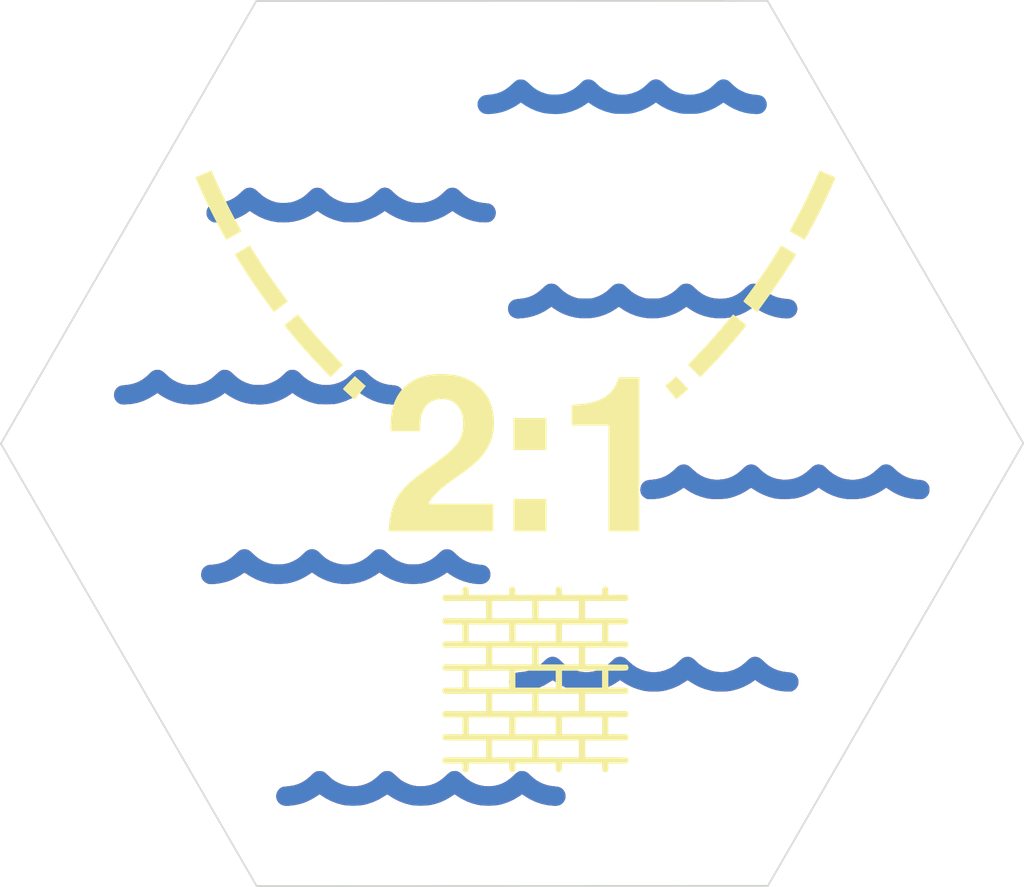
<source format=kicad_pcb>
(kicad_pcb (version 20171130) (host pcbnew 5.1.5+dfsg1-2build2)

  (general
    (thickness 1.6)
    (drawings 7)
    (tracks 0)
    (zones 0)
    (modules 4)
    (nets 1)
  )

  (page A4)
  (layers
    (0 F.Cu signal)
    (31 B.Cu signal)
    (32 B.Adhes user)
    (33 F.Adhes user)
    (34 B.Paste user)
    (35 F.Paste user)
    (36 B.SilkS user)
    (37 F.SilkS user)
    (38 B.Mask user)
    (39 F.Mask user)
    (40 Dwgs.User user)
    (41 Cmts.User user)
    (42 Eco1.User user)
    (43 Eco2.User user)
    (44 Edge.Cuts user)
    (45 Margin user)
    (46 B.CrtYd user)
    (47 F.CrtYd user)
    (48 B.Fab user)
    (49 F.Fab user)
  )

  (setup
    (last_trace_width 0.25)
    (trace_clearance 0.2)
    (zone_clearance 0.508)
    (zone_45_only no)
    (trace_min 0.2)
    (via_size 0.6)
    (via_drill 0.4)
    (via_min_size 0.4)
    (via_min_drill 0.3)
    (uvia_size 0.3)
    (uvia_drill 0.1)
    (uvias_allowed no)
    (uvia_min_size 0.2)
    (uvia_min_drill 0.1)
    (edge_width 0.15)
    (segment_width 0.2)
    (pcb_text_width 0.3)
    (pcb_text_size 1.5 1.5)
    (mod_edge_width 0.15)
    (mod_text_size 1 1)
    (mod_text_width 0.15)
    (pad_size 1.524 1.524)
    (pad_drill 0.762)
    (pad_to_mask_clearance 0.2)
    (aux_axis_origin 0 0)
    (visible_elements FFFFFF7F)
    (pcbplotparams
      (layerselection 0x010f0_ffffffff)
      (usegerberextensions false)
      (usegerberattributes false)
      (usegerberadvancedattributes false)
      (creategerberjobfile false)
      (excludeedgelayer true)
      (linewidth 0.100000)
      (plotframeref false)
      (viasonmask false)
      (mode 1)
      (useauxorigin false)
      (hpglpennumber 1)
      (hpglpenspeed 20)
      (hpglpendiameter 15.000000)
      (psnegative false)
      (psa4output false)
      (plotreference true)
      (plotvalue true)
      (plotinvisibletext false)
      (padsonsilk false)
      (subtractmaskfromsilk false)
      (outputformat 1)
      (mirror false)
      (drillshape 0)
      (scaleselection 1)
      (outputdirectory "gerbers/"))
  )

  (net 0 "")

  (net_class Default "This is the default net class."
    (clearance 0.2)
    (trace_width 0.25)
    (via_dia 0.6)
    (via_drill 0.4)
    (uvia_dia 0.3)
    (uvia_drill 0.1)
  )

  (module LOGO (layer F.Cu) (tedit 0) (tstamp 0)
    (at 0 0)
    (fp_text reference G*** (at 0 0) (layer F.SilkS) hide
      (effects (font (size 1.524 1.524) (thickness 0.3)))
    )
    (fp_text value LOGO (at 0.75 0) (layer F.SilkS) hide
      (effects (font (size 1.524 1.524) (thickness 0.3)))
    )
    (fp_poly (pts (xy 0.63417 19.203728) (xy 0.75421 19.226183) (xy 0.862424 19.27366) (xy 0.968499 19.351473)
      (xy 1.05281 19.433284) (xy 1.275535 19.638507) (xy 1.519688 19.807504) (xy 1.783436 19.939421)
      (xy 2.064947 20.033402) (xy 2.362389 20.088592) (xy 2.480273 20.099286) (xy 2.63506 20.11521)
      (xy 2.756937 20.142473) (xy 2.854566 20.184416) (xy 2.936609 20.244386) (xy 2.985396 20.294291)
      (xy 3.070753 20.420613) (xy 3.118581 20.558315) (xy 3.129053 20.700571) (xy 3.102345 20.840553)
      (xy 3.038631 20.971435) (xy 2.965798 21.060385) (xy 2.884051 21.132067) (xy 2.799828 21.181795)
      (xy 2.704065 21.212189) (xy 2.5877 21.225865) (xy 2.441668 21.225441) (xy 2.400932 21.223518)
      (xy 2.04399 21.18385) (xy 1.693804 21.104427) (xy 1.355476 20.986966) (xy 1.034109 20.833184)
      (xy 0.784538 20.679622) (xy 0.594088 20.54918) (xy 0.398714 20.679864) (xy 0.088497 20.864501)
      (xy -0.236121 21.012091) (xy -0.580882 21.125046) (xy -0.769456 21.170774) (xy -0.927245 21.196329)
      (xy -1.113872 21.212885) (xy -1.316942 21.22044) (xy -1.524063 21.218988) (xy -1.722842 21.208528)
      (xy -1.900886 21.189054) (xy -2.001618 21.171133) (xy -2.340254 21.082071) (xy -2.652942 20.965508)
      (xy -2.948818 20.817632) (xy -3.15821 20.68854) (xy -3.3655 20.550542) (xy -3.57279 20.68854)
      (xy -3.870905 20.866342) (xy -4.178667 21.007781) (xy -4.504964 21.116579) (xy -4.720166 21.16921)
      (xy -4.86996 21.193589) (xy -5.048204 21.210289) (xy -5.242795 21.219197) (xy -5.441629 21.220197)
      (xy -5.632602 21.213176) (xy -5.803612 21.19802) (xy -5.915315 21.180485) (xy -6.278 21.086934)
      (xy -6.626238 20.954356) (xy -6.961695 20.782006) (xy -7.286039 20.569139) (xy -7.289939 20.566286)
      (xy -7.32063 20.56893) (xy -7.381044 20.598222) (xy -7.468955 20.653036) (xy -7.490655 20.667654)
      (xy -7.804746 20.856035) (xy -8.141342 21.009177) (xy -8.498021 21.126056) (xy -8.678333 21.169552)
      (xy -8.842471 21.196065) (xy -9.034683 21.213107) (xy -9.242493 21.220667) (xy -9.453422 21.218736)
      (xy -9.654993 21.207302) (xy -9.834728 21.186354) (xy -9.920571 21.170599) (xy -10.284237 21.071296)
      (xy -10.62832 20.934507) (xy -10.953236 20.760057) (xy -11.062274 20.690223) (xy -11.143156 20.636418)
      (xy -11.209958 20.592497) (xy -11.255575 20.563096) (xy -11.272847 20.552834) (xy -11.291362 20.563858)
      (xy -11.337767 20.593785) (xy -11.404822 20.637896) (xy -11.47626 20.685431) (xy -11.746032 20.848342)
      (xy -12.024154 20.983536) (xy -12.140932 21.030546) (xy -12.311605 21.087755) (xy -12.494177 21.136579)
      (xy -12.681286 21.17605) (xy -12.865569 21.205199) (xy -13.039663 21.223057) (xy -13.196205 21.228655)
      (xy -13.327833 21.221025) (xy -13.42596 21.199638) (xy -13.56865 21.12909) (xy -13.679543 21.030597)
      (xy -13.758621 20.904176) (xy -13.800295 20.777107) (xy -13.810655 20.644778) (xy -13.786797 20.513024)
      (xy -13.733527 20.38916) (xy -13.65565 20.280498) (xy -13.557972 20.194353) (xy -13.4453 20.138036)
      (xy -13.369293 20.121223) (xy -13.311323 20.114801) (xy -13.224658 20.10551) (xy -13.122718 20.094778)
      (xy -13.051977 20.087433) (xy -12.780015 20.043572) (xy -12.528694 19.968855) (xy -12.292526 19.860629)
      (xy -12.066023 19.716241) (xy -11.843699 19.533041) (xy -11.77925 19.472299) (xy -11.677562 19.375969)
      (xy -11.59649 19.306352) (xy -11.527798 19.259186) (xy -11.46325 19.230206) (xy -11.394608 19.21515)
      (xy -11.313637 19.209754) (xy -11.27125 19.209341) (xy -11.185802 19.211468) (xy -11.115556 19.220583)
      (xy -11.052702 19.240793) (xy -10.989431 19.276202) (xy -10.917932 19.330918) (xy -10.830395 19.409044)
      (xy -10.753876 19.481311) (xy -10.66586 19.562617) (xy -10.576266 19.640711) (xy -10.495649 19.706657)
      (xy -10.435166 19.751124) (xy -10.177215 19.897043) (xy -9.90752 20.004123) (xy -9.629698 20.071846)
      (xy -9.347366 20.099695) (xy -9.064141 20.087154) (xy -8.78364 20.033705) (xy -8.677914 20.002363)
      (xy -8.463175 19.921203) (xy -8.269511 19.822898) (xy -8.086301 19.70089) (xy -7.902925 19.548618)
      (xy -7.82484 19.475544) (xy -7.720812 19.378127) (xy -7.636927 19.307699) (xy -7.56525 19.259565)
      (xy -7.497848 19.229033) (xy -7.426787 19.211406) (xy -7.365497 19.203758) (xy -7.266105 19.200755)
      (xy -7.177637 19.213679) (xy -7.092428 19.246209) (xy -7.002815 19.302027) (xy -6.901134 19.384811)
      (xy -6.806989 19.471931) (xy -6.686347 19.58484) (xy -6.583901 19.673325) (xy -6.489627 19.744519)
      (xy -6.3935 19.805555) (xy -6.285495 19.863563) (xy -6.195022 19.90733) (xy -5.989949 19.993061)
      (xy -5.794608 20.050553) (xy -5.593495 20.08322) (xy -5.371107 20.094475) (xy -5.344583 20.094553)
      (xy -5.053429 20.07659) (xy -4.781079 20.022557) (xy -4.524544 19.931191) (xy -4.280836 19.801231)
      (xy -4.046965 19.631415) (xy -3.871939 19.472931) (xy -3.76565 19.372356) (xy -3.677529 19.300113)
      (xy -3.599348 19.251439) (xy -3.52288 19.221572) (xy -3.439895 19.205748) (xy -3.404626 19.202402)
      (xy -3.302211 19.201018) (xy -3.211967 19.21627) (xy -3.125693 19.252098) (xy -3.035188 19.312441)
      (xy -2.932249 19.401239) (xy -2.87366 19.457435) (xy -2.64287 19.661465) (xy -2.406553 19.824553)
      (xy -2.161625 19.948019) (xy -1.905002 20.033184) (xy -1.633601 20.081368) (xy -1.386416 20.094235)
      (xy -1.101902 20.077176) (xy -0.835419 20.025017) (xy -0.583544 19.936287) (xy -0.342851 19.809517)
      (xy -0.109917 19.643236) (xy 0.097532 19.456999) (xy 0.211101 19.351378) (xy 0.308742 19.276766)
      (xy 0.398572 19.22933) (xy 0.488711 19.205239) (xy 0.587278 19.200661) (xy 0.63417 19.203728)) (layer B.Cu) (width 0.01))
    (fp_poly (pts (xy 6.426558 12.515944) (xy 6.513638 12.538224) (xy 6.598467 12.580764) (xy 6.689438 12.64799)
      (xy 6.794945 12.744325) (xy 6.81885 12.767791) (xy 7.051009 12.97086) (xy 7.297928 13.136282)
      (xy 7.556814 13.263564) (xy 7.824873 13.352212) (xy 8.099311 13.401731) (xy 8.377334 13.411628)
      (xy 8.656151 13.381409) (xy 8.932966 13.310579) (xy 9.204988 13.198644) (xy 9.218084 13.192125)
      (xy 9.328741 13.133682) (xy 9.424645 13.075268) (xy 9.515849 13.009469) (xy 9.612404 12.928874)
      (xy 9.724363 12.826069) (xy 9.758337 12.793733) (xy 9.863439 12.695587) (xy 9.947841 12.624138)
      (xy 10.019438 12.574874) (xy 10.08613 12.54328) (xy 10.155814 12.524841) (xy 10.236387 12.515044)
      (xy 10.247348 12.514221) (xy 10.374126 12.517689) (xy 10.489304 12.549816) (xy 10.600676 12.614172)
      (xy 10.716038 12.714329) (xy 10.742084 12.740852) (xy 10.96727 12.946662) (xy 11.213204 13.117522)
      (xy 11.476542 13.251441) (xy 11.753944 13.346426) (xy 11.760797 13.348224) (xy 11.970398 13.3883)
      (xy 12.196648 13.406251) (xy 12.423963 13.401886) (xy 12.636757 13.375013) (xy 12.706498 13.359868)
      (xy 12.970516 13.279129) (xy 13.210875 13.170843) (xy 13.435351 13.030612) (xy 13.651721 12.85404)
      (xy 13.726584 12.783224) (xy 13.840296 12.677341) (xy 13.936804 12.601392) (xy 14.023937 12.551171)
      (xy 14.109524 12.522476) (xy 14.201394 12.5111) (xy 14.234584 12.51043) (xy 14.329331 12.516929)
      (xy 14.415507 12.539214) (xy 14.500941 12.581467) (xy 14.593461 12.64787) (xy 14.700897 12.742605)
      (xy 14.741286 12.781116) (xy 14.830146 12.863708) (xy 14.9238 12.94525) (xy 15.010126 13.015465)
      (xy 15.068087 13.05816) (xy 15.310677 13.197803) (xy 15.576213 13.304449) (xy 15.858903 13.376184)
      (xy 16.132773 13.409929) (xy 16.305396 13.430011) (xy 16.443454 13.467636) (xy 16.551664 13.524568)
      (xy 16.628793 13.595373) (xy 16.713827 13.725746) (xy 16.760704 13.865369) (xy 16.770634 14.007928)
      (xy 16.744828 14.14711) (xy 16.684496 14.276599) (xy 16.59085 14.390081) (xy 16.465101 14.481244)
      (xy 16.458203 14.48499) (xy 16.417953 14.504189) (xy 16.375978 14.517053) (xy 16.323034 14.524693)
      (xy 16.249877 14.528222) (xy 16.147262 14.528749) (xy 16.09725 14.528381) (xy 15.77166 14.506763)
      (xy 15.452252 14.447227) (xy 15.134604 14.348622) (xy 14.814291 14.209799) (xy 14.753167 14.178988)
      (xy 14.644603 14.120542) (xy 14.534822 14.057127) (xy 14.43746 13.996853) (xy 14.372654 13.952682)
      (xy 14.235557 13.851741) (xy 14.082655 13.961443) (xy 13.825654 14.123875) (xy 13.53871 14.265586)
      (xy 13.230679 14.382784) (xy 12.91042 14.471678) (xy 12.869334 14.480747) (xy 12.702898 14.507636)
      (xy 12.508925 14.524686) (xy 12.300138 14.531881) (xy 12.089258 14.529202) (xy 11.889009 14.516632)
      (xy 11.712112 14.494155) (xy 11.650882 14.482416) (xy 11.286653 14.384636) (xy 10.946943 14.253338)
      (xy 10.628974 14.087363) (xy 10.482183 13.994315) (xy 10.403572 13.941907) (xy 10.338825 13.899589)
      (xy 10.29538 13.872169) (xy 10.280775 13.864167) (xy 10.261158 13.875226) (xy 10.213662 13.905304)
      (xy 10.145508 13.94975) (xy 10.067441 14.001556) (xy 9.752673 14.186664) (xy 9.416999 14.335493)
      (xy 9.062986 14.446998) (xy 8.868834 14.490598) (xy 8.713879 14.512797) (xy 8.530685 14.526321)
      (xy 8.331869 14.531267) (xy 8.130048 14.527733) (xy 7.937838 14.515814) (xy 7.767856 14.495609)
      (xy 7.690956 14.481544) (xy 7.33055 14.385121) (xy 6.992071 14.253635) (xy 6.671297 14.085316)
      (xy 6.525517 13.993024) (xy 6.446643 13.940917) (xy 6.381214 13.898913) (xy 6.336867 13.871841)
      (xy 6.321556 13.864167) (xy 6.300532 13.87572) (xy 6.253484 13.906721) (xy 6.188597 13.951682)
      (xy 6.14944 13.979535) (xy 5.945374 14.109267) (xy 5.711551 14.229493) (xy 5.460321 14.33511)
      (xy 5.20403 14.421013) (xy 4.955028 14.482097) (xy 4.916145 14.489323) (xy 4.548963 14.533532)
      (xy 4.186337 14.535772) (xy 3.829075 14.496238) (xy 3.477986 14.415128) (xy 3.133877 14.292639)
      (xy 2.797556 14.128968) (xy 2.469833 13.924312) (xy 2.402967 13.876718) (xy 2.373293 13.877964)
      (xy 2.314819 13.905049) (xy 2.22616 13.958672) (xy 2.178952 13.989701) (xy 1.862159 14.177663)
      (xy 1.532472 14.327021) (xy 1.192774 14.436815) (xy 0.845947 14.506082) (xy 0.551437 14.532236)
      (xy 0.424035 14.535046) (xy 0.328298 14.531735) (xy 0.253904 14.521597) (xy 0.204048 14.508496)
      (xy 0.086684 14.449746) (xy -0.01572 14.358566) (xy -0.09678 14.243982) (xy -0.150112 14.11502)
      (xy -0.169333 13.980706) (xy -0.169333 13.980584) (xy -0.152095 13.85613) (xy -0.105276 13.729585)
      (xy -0.036215 13.619568) (xy -0.019264 13.599971) (xy 0.06186 13.526376) (xy 0.154329 13.473423)
      (xy 0.266947 13.437742) (xy 0.408517 13.415965) (xy 0.47625 13.410321) (xy 0.716205 13.383912)
      (xy 0.932579 13.337566) (xy 1.140715 13.267985) (xy 1.143 13.267085) (xy 1.320991 13.188065)
      (xy 1.483606 13.09571) (xy 1.640519 12.983369) (xy 1.801405 12.844389) (xy 1.908678 12.740641)
      (xy 2.018073 12.639843) (xy 2.115831 12.571174) (xy 2.211261 12.529977) (xy 2.313674 12.511593)
      (xy 2.370667 12.5095) (xy 2.465043 12.515446) (xy 2.550114 12.536059) (xy 2.633728 12.575502)
      (xy 2.723737 12.637937) (xy 2.827988 12.727527) (xy 2.887857 12.783756) (xy 3.006135 12.894568)
      (xy 3.105741 12.981078) (xy 3.196335 13.050438) (xy 3.287581 13.109801) (xy 3.38914 13.166317)
      (xy 3.439584 13.192125) (xy 3.687348 13.296202) (xy 3.947631 13.367941) (xy 4.211166 13.405614)
      (xy 4.468686 13.407494) (xy 4.553304 13.399663) (xy 4.726586 13.374394) (xy 4.875413 13.341079)
      (xy 5.017562 13.294584) (xy 5.17081 13.22978) (xy 5.217584 13.207914) (xy 5.341735 13.146314)
      (xy 5.446145 13.087178) (xy 5.540984 13.023213) (xy 5.636419 12.947127) (xy 5.742619 12.851627)
      (xy 5.827942 12.77016) (xy 5.940751 12.666604) (xy 6.037126 12.593093) (xy 6.125359 12.545313)
      (xy 6.213743 12.518949) (xy 6.310569 12.509685) (xy 6.328833 12.5095) (xy 6.426558 12.515944)) (layer B.Cu) (width 0.01))
    (fp_poly (pts (xy -15.533893 6.224295) (xy -15.497025 6.234646) (xy -15.444883 6.253724) (xy -15.393216 6.281995)
      (xy -15.334567 6.324894) (xy -15.261476 6.387854) (xy -15.170213 6.472771) (xy -15.031467 6.599782)
      (xy -14.90796 6.701214) (xy -14.788777 6.784773) (xy -14.663004 6.858169) (xy -14.532367 6.923212)
      (xy -14.342672 7.001669) (xy -14.156778 7.055152) (xy -13.961245 7.086479) (xy -13.742634 7.098466)
      (xy -13.694833 7.098791) (xy -13.474241 7.090756) (xy -13.279003 7.064599) (xy -13.094902 7.017237)
      (xy -12.907722 6.945588) (xy -12.835082 6.912421) (xy -12.716355 6.853851) (xy -12.616212 6.797886)
      (xy -12.525003 6.737648) (xy -12.433078 6.666254) (xy -12.330789 6.576826) (xy -12.221778 6.475127)
      (xy -12.127351 6.387228) (xy -12.054678 6.324645) (xy -11.996379 6.281986) (xy -11.945072 6.253857)
      (xy -11.893374 6.234864) (xy -11.892641 6.234646) (xy -11.780124 6.208466) (xy -11.681347 6.205093)
      (xy -11.574874 6.224545) (xy -11.537796 6.234961) (xy -11.485808 6.2538) (xy -11.435069 6.281245)
      (xy -11.378081 6.322788) (xy -11.307343 6.383921) (xy -11.215353 6.470138) (xy -11.211163 6.47415)
      (xy -11.123435 6.556214) (xy -11.036878 6.633716) (xy -10.960639 6.698681) (xy -10.903865 6.743138)
      (xy -10.897115 6.747872) (xy -10.66424 6.883779) (xy -10.411092 6.989304) (xy -10.145789 7.06245)
      (xy -9.87645 7.101223) (xy -9.611193 7.103625) (xy -9.495858 7.09238) (xy -9.219944 7.038653)
      (xy -8.963539 6.95231) (xy -8.721781 6.830915) (xy -8.489805 6.672029) (xy -8.265583 6.475966)
      (xy -8.163451 6.379335) (xy -8.081915 6.309558) (xy -8.012881 6.262358) (xy -7.948255 6.233459)
      (xy -7.879944 6.218585) (xy -7.799854 6.213461) (xy -7.768166 6.21318) (xy -7.672005 6.217084)
      (xy -7.591068 6.231874) (xy -7.516705 6.262009) (xy -7.44027 6.311951) (xy -7.353115 6.386159)
      (xy -7.260973 6.474791) (xy -7.02776 6.678996) (xy -6.778778 6.844238) (xy -6.512313 6.971487)
      (xy -6.226651 7.061712) (xy -6.220973 7.063087) (xy -6.088522 7.085591) (xy -5.929405 7.098042)
      (xy -5.757398 7.100601) (xy -5.586279 7.093427) (xy -5.429823 7.076679) (xy -5.30912 7.052534)
      (xy -5.043877 6.965599) (xy -4.80505 6.853184) (xy -4.583539 6.71007) (xy -4.370238 6.531033)
      (xy -4.325636 6.488382) (xy -4.219601 6.387767) (xy -4.133545 6.314727) (xy -4.059519 6.265022)
      (xy -3.989573 6.234413) (xy -3.915758 6.21866) (xy -3.830126 6.213524) (xy -3.81 6.213398)
      (xy -3.717435 6.217196) (xy -3.639027 6.231498) (xy -3.566483 6.260667) (xy -3.491513 6.309066)
      (xy -3.405824 6.381059) (xy -3.301126 6.481007) (xy -3.300773 6.481356) (xy -3.07963 6.676554)
      (xy -2.84921 6.833206) (xy -2.604657 6.953496) (xy -2.341116 7.039605) (xy -2.053728 7.093715)
      (xy -1.903443 7.109153) (xy -1.768761 7.122421) (xy -1.666381 7.14053) (xy -1.586293 7.166926)
      (xy -1.518488 7.205057) (xy -1.452956 7.258371) (xy -1.44277 7.267828) (xy -1.362516 7.357413)
      (xy -1.312138 7.452223) (xy -1.286802 7.564383) (xy -1.281316 7.672917) (xy -1.290207 7.806716)
      (xy -1.320194 7.913882) (xy -1.376249 8.006922) (xy -1.44277 8.079178) (xy -1.536517 8.153366)
      (xy -1.639786 8.201393) (xy -1.76298 8.226833) (xy -1.8917 8.233369) (xy -2.199501 8.214963)
      (xy -2.515407 8.159955) (xy -2.831419 8.070889) (xy -3.139537 7.950314) (xy -3.431762 7.800776)
      (xy -3.616964 7.684087) (xy -3.805797 7.554752) (xy -3.979263 7.672869) (xy -4.282653 7.855363)
      (xy -4.60939 8.007192) (xy -4.949836 8.124226) (xy -5.150095 8.174604) (xy -5.298575 8.198987)
      (xy -5.475973 8.215527) (xy -5.670849 8.224212) (xy -5.871763 8.225033) (xy -6.067273 8.217979)
      (xy -6.24594 8.203041) (xy -6.396323 8.180207) (xy -6.417368 8.175738) (xy -6.775972 8.076739)
      (xy -7.111254 7.944293) (xy -7.428479 7.776173) (xy -7.559359 7.693217) (xy -7.765131 7.556229)
      (xy -7.966503 7.692759) (xy -8.273516 7.875705) (xy -8.598553 8.021784) (xy -8.937662 8.130308)
      (xy -9.286889 8.200592) (xy -9.642283 8.23195) (xy -9.99989 8.223696) (xy -10.355759 8.175145)
      (xy -10.526137 8.136986) (xy -10.801064 8.052579) (xy -11.074139 7.941002) (xy -11.332817 7.808126)
      (xy -11.564548 7.659821) (xy -11.597287 7.635801) (xy -11.671735 7.585527) (xy -11.720242 7.565919)
      (xy -11.739019 7.569239) (xy -11.984481 7.731809) (xy -12.213285 7.865308) (xy -12.434876 7.973993)
      (xy -12.658699 8.062121) (xy -12.8942 8.133949) (xy -13.102166 8.183566) (xy -13.222783 8.202414)
      (xy -13.374389 8.215544) (xy -13.546029 8.222949) (xy -13.726745 8.224619) (xy -13.905582 8.220547)
      (xy -14.071582 8.210724) (xy -14.21379 8.195141) (xy -14.276149 8.184467) (xy -14.639989 8.0907)
      (xy -14.983037 7.960441) (xy -15.307331 7.792849) (xy -15.465393 7.693242) (xy -15.557813 7.633969)
      (xy -15.630986 7.592442) (xy -15.679596 7.571474) (xy -15.696647 7.570863) (xy -15.894755 7.708757)
      (xy -16.117994 7.840884) (xy -16.349333 7.957663) (xy -16.497574 8.021435) (xy -16.657681 8.077936)
      (xy -16.832557 8.127353) (xy -17.014979 8.16869) (xy -17.197723 8.200949) (xy -17.373569 8.223135)
      (xy -17.535293 8.234252) (xy -17.675672 8.233303) (xy -17.787484 8.219292) (xy -17.833907 8.205765)
      (xy -17.97461 8.131459) (xy -18.085122 8.02948) (xy -18.116837 7.986539) (xy -18.166077 7.899121)
      (xy -18.193593 7.811867) (xy -18.20243 7.710476) (xy -18.197806 7.605939) (xy -18.166637 7.463334)
      (xy -18.100469 7.339472) (xy -18.004046 7.238513) (xy -17.882111 7.164622) (xy -17.73941 7.12196)
      (xy -17.635888 7.112929) (xy -17.490079 7.103895) (xy -17.325165 7.080996) (xy -17.160829 7.047322)
      (xy -17.078067 7.025398) (xy -16.875633 6.955577) (xy -16.688909 6.866807) (xy -16.50928 6.753823)
      (xy -16.328133 6.611357) (xy -16.180646 6.476768) (xy -16.087493 6.388987) (xy -16.015987 6.326532)
      (xy -15.958709 6.283946) (xy -15.908243 6.255775) (xy -15.857172 6.236563) (xy -15.85187 6.234961)
      (xy -15.738823 6.208581) (xy -15.639977 6.205032) (xy -15.533893 6.224295)) (layer B.Cu) (width 0.01))
    (fp_poly (pts (xy 14.103368 1.247515) (xy 14.195863 1.272767) (xy 14.287151 1.320012) (xy 14.385148 1.39347)
      (xy 14.497771 1.497362) (xy 14.513379 1.512805) (xy 14.739702 1.713455) (xy 14.975828 1.873571)
      (xy 15.224431 1.994351) (xy 15.488184 2.076989) (xy 15.769761 2.122681) (xy 15.896167 2.131234)
      (xy 16.189295 2.124568) (xy 16.467168 2.079204) (xy 16.731269 1.994553) (xy 16.983081 1.87003)
      (xy 17.224085 1.705046) (xy 17.43075 1.52365) (xy 17.544251 1.417679) (xy 17.639224 1.340808)
      (xy 17.723314 1.288861) (xy 17.804164 1.257665) (xy 17.889419 1.243044) (xy 17.949334 1.240461)
      (xy 18.077773 1.251128) (xy 18.190628 1.288136) (xy 18.297491 1.356084) (xy 18.407957 1.459571)
      (xy 18.409242 1.460939) (xy 18.606386 1.644839) (xy 18.829632 1.807025) (xy 19.069334 1.941645)
      (xy 19.315844 2.042847) (xy 19.420417 2.074335) (xy 19.593766 2.109058) (xy 19.789325 2.129161)
      (xy 19.99026 2.133995) (xy 20.179737 2.12291) (xy 20.284576 2.107664) (xy 20.526693 2.049307)
      (xy 20.748123 1.967827) (xy 20.956784 1.859006) (xy 21.160598 1.718625) (xy 21.367485 1.542464)
      (xy 21.396394 1.515417) (xy 21.504888 1.415515) (xy 21.592447 1.342735) (xy 21.666712 1.292964)
      (xy 21.735325 1.262092) (xy 21.805929 1.246005) (xy 21.886165 1.240594) (xy 21.9075 1.240427)
      (xy 21.998512 1.244741) (xy 22.076723 1.260628) (xy 22.150693 1.292505) (xy 22.228981 1.344789)
      (xy 22.320147 1.421898) (xy 22.395332 1.49217) (xy 22.617387 1.687095) (xy 22.837849 1.843296)
      (xy 23.06296 1.963653) (xy 23.298961 2.051044) (xy 23.552096 2.108348) (xy 23.791334 2.135985)
      (xy 23.955443 2.153604) (xy 24.085262 2.182481) (xy 24.188149 2.226313) (xy 24.271466 2.288795)
      (xy 24.342573 2.373622) (xy 24.379124 2.431106) (xy 24.409501 2.488824) (xy 24.427041 2.543291)
      (xy 24.43507 2.60991) (xy 24.436917 2.69875) (xy 24.428746 2.83183) (xy 24.400843 2.938043)
      (xy 24.348127 3.030238) (xy 24.272442 3.114603) (xy 24.208318 3.17083) (xy 24.144067 3.21122)
      (xy 24.071537 3.237744) (xy 23.982578 3.252375) (xy 23.869039 3.257085) (xy 23.722769 3.253848)
      (xy 23.700819 3.252941) (xy 23.345062 3.217695) (xy 23.002846 3.14274) (xy 22.672692 3.027581)
      (xy 22.353121 2.871724) (xy 22.10858 2.720452) (xy 21.907542 2.584149) (xy 21.752639 2.695287)
      (xy 21.511913 2.847996) (xy 21.241814 2.983824) (xy 20.953601 3.097779) (xy 20.65853 3.184865)
      (xy 20.637798 3.189853) (xy 20.464194 3.221874) (xy 20.262377 3.244167) (xy 20.045432 3.256308)
      (xy 19.826446 3.257873) (xy 19.618502 3.24844) (xy 19.440894 3.228564) (xy 19.102568 3.155361)
      (xy 18.768184 3.042881) (xy 18.445107 2.894039) (xy 18.146891 2.715933) (xy 17.944396 2.579593)
      (xy 17.89924 2.621037) (xy 17.814974 2.687578) (xy 17.699797 2.763178) (xy 17.56277 2.842949)
      (xy 17.412951 2.922006) (xy 17.259402 2.995461) (xy 17.111182 3.058428) (xy 17.036637 3.086317)
      (xy 16.869739 3.141769) (xy 16.717736 3.18366) (xy 16.569836 3.213655) (xy 16.415244 3.233416)
      (xy 16.243167 3.244607) (xy 16.042813 3.248894) (xy 15.980834 3.249084) (xy 15.811722 3.248126)
      (xy 15.676825 3.244915) (xy 15.568059 3.238948) (xy 15.477342 3.229717) (xy 15.396589 3.216719)
      (xy 15.367 3.210722) (xy 15.053393 3.127031) (xy 14.743475 3.012131) (xy 14.448907 2.870989)
      (xy 14.181347 2.708568) (xy 14.171084 2.701499) (xy 14.092013 2.647769) (xy 14.039114 2.615676)
      (xy 14.004348 2.601917) (xy 13.979681 2.603188) (xy 13.959417 2.614492) (xy 13.672707 2.803147)
      (xy 13.391324 2.955127) (xy 13.108081 3.074198) (xy 13.031137 3.100933) (xy 12.879107 3.149518)
      (xy 12.746371 3.186423) (xy 12.622562 3.213173) (xy 12.497311 3.23129) (xy 12.360251 3.242298)
      (xy 12.201013 3.24772) (xy 12.022667 3.249084) (xy 11.866313 3.248502) (xy 11.743318 3.246306)
      (xy 11.644715 3.241823) (xy 11.56154 3.234376) (xy 11.484828 3.223292) (xy 11.405614 3.207895)
      (xy 11.36903 3.199888) (xy 11.047041 3.111092) (xy 10.738023 2.993001) (xy 10.450582 2.849355)
      (xy 10.21139 2.696982) (xy 10.054715 2.584573) (xy 9.854792 2.718239) (xy 9.547276 2.900914)
      (xy 9.226425 3.047704) (xy 8.896739 3.157178) (xy 8.562718 3.227909) (xy 8.228862 3.258469)
      (xy 8.149481 3.259667) (xy 8.044536 3.258729) (xy 7.970055 3.254549) (xy 7.914181 3.245074)
      (xy 7.865061 3.228251) (xy 7.810841 3.202029) (xy 7.808012 3.200554) (xy 7.700162 3.125966)
      (xy 7.610426 3.028732) (xy 7.549001 2.920756) (xy 7.536299 2.883424) (xy 7.513765 2.733164)
      (xy 7.527139 2.585167) (xy 7.574136 2.448025) (xy 7.652473 2.33033) (xy 7.694482 2.28849)
      (xy 7.762677 2.235054) (xy 7.832951 2.196316) (xy 7.915124 2.16911) (xy 8.019019 2.150271)
      (xy 8.154456 2.136636) (xy 8.169321 2.135496) (xy 8.464879 2.096796) (xy 8.735899 2.025725)
      (xy 8.987259 1.920053) (xy 9.223836 1.777551) (xy 9.450509 1.595991) (xy 9.544399 1.507089)
      (xy 9.655304 1.402863) (xy 9.749869 1.328598) (xy 9.836498 1.27991) (xy 9.923597 1.252411)
      (xy 10.019573 1.241718) (xy 10.054167 1.241129) (xy 10.142726 1.246364) (xy 10.222491 1.264659)
      (xy 10.300779 1.300049) (xy 10.384911 1.356572) (xy 10.482207 1.438268) (xy 10.583334 1.533034)
      (xy 10.817 1.733207) (xy 11.061548 1.892573) (xy 11.317757 2.011436) (xy 11.586407 2.0901)
      (xy 11.868278 2.128868) (xy 12.117917 2.130724) (xy 12.403469 2.100117) (xy 12.668071 2.035735)
      (xy 12.915742 1.935737) (xy 13.150502 1.798285) (xy 13.376368 1.62154) (xy 13.512749 1.492381)
      (xy 13.627348 1.385477) (xy 13.729793 1.311245) (xy 13.828484 1.26535) (xy 13.931822 1.243457)
      (xy 14.00175 1.240036) (xy 14.103368 1.247515)) (layer B.Cu) (width 0.01))
    (fp_poly (pts (xy -8.813906 -4.30365) (xy -8.742536 -4.284498) (xy -8.688643 -4.26498) (xy -8.63652 -4.236717)
      (xy -8.578248 -4.193985) (xy -8.50591 -4.131063) (xy -8.424811 -4.054909) (xy -8.202853 -3.860212)
      (xy -7.982038 -3.704176) (xy -7.755871 -3.583821) (xy -7.517853 -3.49617) (xy -7.261488 -3.438244)
      (xy -7.016974 -3.4096) (xy -6.864821 -3.393436) (xy -6.746053 -3.368355) (xy -6.652088 -3.331023)
      (xy -6.574347 -3.278109) (xy -6.509518 -3.212494) (xy -6.427969 -3.087012) (xy -6.383196 -2.949359)
      (xy -6.374749 -2.806936) (xy -6.40218 -2.667146) (xy -6.465042 -2.537392) (xy -6.556883 -2.430423)
      (xy -6.630585 -2.371035) (xy -6.704851 -2.329461) (xy -6.788729 -2.303416) (xy -6.89127 -2.290617)
      (xy -7.02152 -2.28878) (xy -7.107101 -2.291565) (xy -7.464208 -2.327861) (xy -7.812154 -2.405339)
      (xy -8.149761 -2.523609) (xy -8.475854 -2.682278) (xy -8.705096 -2.822818) (xy -8.911775 -2.961134)
      (xy -9.112529 -2.825022) (xy -9.418836 -2.642541) (xy -9.749663 -2.493955) (xy -10.105746 -2.378955)
      (xy -10.287507 -2.335239) (xy -10.367352 -2.320387) (xy -10.453875 -2.309635) (xy -10.555363 -2.302452)
      (xy -10.680103 -2.298306) (xy -10.836382 -2.296666) (xy -10.89025 -2.296583) (xy -11.045274 -2.297208)
      (xy -11.167192 -2.299551) (xy -11.265217 -2.304319) (xy -11.348564 -2.312216) (xy -11.426448 -2.323946)
      (xy -11.508082 -2.340216) (xy -11.533304 -2.345778) (xy -11.898702 -2.448327) (xy -12.244512 -2.587708)
      (xy -12.569075 -2.763171) (xy -12.7983 -2.918547) (xy -12.86485 -2.96798) (xy -12.980354 -2.882653)
      (xy -13.199467 -2.73828) (xy -13.446326 -2.605793) (xy -13.706675 -2.491817) (xy -13.966255 -2.402974)
      (xy -14.075833 -2.373726) (xy -14.251839 -2.335062) (xy -14.414029 -2.308825) (xy -14.576173 -2.293749)
      (xy -14.752042 -2.288569) (xy -14.955406 -2.292019) (xy -14.962352 -2.292251) (xy -15.303883 -2.319278)
      (xy -15.623752 -2.377785) (xy -15.928933 -2.470042) (xy -16.2264 -2.598322) (xy -16.523126 -2.764895)
      (xy -16.634161 -2.836713) (xy -16.830408 -2.967981) (xy -16.876579 -2.925583) (xy -16.968954 -2.852732)
      (xy -17.093186 -2.772263) (xy -17.240575 -2.688698) (xy -17.402422 -2.606556) (xy -17.570027 -2.530358)
      (xy -17.734692 -2.464625) (xy -17.822705 -2.433963) (xy -18.144989 -2.349502) (xy -18.482889 -2.300163)
      (xy -18.828382 -2.285945) (xy -19.173446 -2.30685) (xy -19.510057 -2.362881) (xy -19.769666 -2.43358)
      (xy -19.948416 -2.49929) (xy -20.137683 -2.582203) (xy -20.323672 -2.675499) (xy -20.492585 -2.772362)
      (xy -20.602098 -2.844921) (xy -20.76778 -2.963841) (xy -20.960933 -2.834644) (xy -21.275802 -2.645529)
      (xy -21.593915 -2.497841) (xy -21.917973 -2.390676) (xy -22.250676 -2.323131) (xy -22.57425 -2.294939)
      (xy -22.707637 -2.291666) (xy -22.806623 -2.292621) (xy -22.878969 -2.298229) (xy -22.932435 -2.308911)
      (xy -22.952551 -2.315541) (xy -23.080543 -2.384962) (xy -23.18432 -2.484511) (xy -23.258802 -2.606903)
      (xy -23.298913 -2.744853) (xy -23.3045 -2.820419) (xy -23.294583 -2.958504) (xy -23.261911 -3.071216)
      (xy -23.202104 -3.171321) (xy -23.171196 -3.208887) (xy -23.101711 -3.279724) (xy -23.030994 -3.33109)
      (xy -22.949518 -3.366806) (xy -22.847756 -3.390697) (xy -22.716181 -3.406585) (xy -22.669007 -3.410397)
      (xy -22.369252 -3.449) (xy -22.095186 -3.519337) (xy -21.842375 -3.623397) (xy -21.606386 -3.763171)
      (xy -21.382783 -3.940648) (xy -21.288504 -4.02988) (xy -21.178207 -4.134723) (xy -21.085653 -4.210182)
      (xy -21.002962 -4.26057) (xy -20.922252 -4.290203) (xy -20.835645 -4.303393) (xy -20.785666 -4.305186)
      (xy -20.694797 -4.302656) (xy -20.618315 -4.290927) (xy -20.54818 -4.265856) (xy -20.476349 -4.223298)
      (xy -20.394782 -4.159107) (xy -20.295436 -4.069141) (xy -20.256981 -4.032709) (xy -20.149701 -3.935164)
      (xy -20.037339 -3.841194) (xy -19.931726 -3.76034) (xy -19.854526 -3.708085) (xy -19.600946 -3.576253)
      (xy -19.334007 -3.482781) (xy -19.058258 -3.427668) (xy -18.778249 -3.410915) (xy -18.498527 -3.432521)
      (xy -18.223641 -3.492487) (xy -17.958141 -3.590812) (xy -17.737473 -3.708085) (xy -17.647358 -3.769762)
      (xy -17.5402 -3.852858) (xy -17.42783 -3.947831) (xy -17.335019 -4.032709) (xy -17.22796 -4.132188)
      (xy -17.14136 -4.20451) (xy -17.067177 -4.253818) (xy -16.99737 -4.284258) (xy -16.923897 -4.299973)
      (xy -16.838717 -4.305109) (xy -16.806333 -4.305186) (xy -16.708422 -4.297978) (xy -16.620808 -4.274866)
      (xy -16.535372 -4.231455) (xy -16.443994 -4.16335) (xy -16.338554 -4.066154) (xy -16.307336 -4.035074)
      (xy -16.087488 -3.839049) (xy -15.852871 -3.680667) (xy -15.597561 -3.55648) (xy -15.333312 -3.467813)
      (xy -15.256407 -3.448875) (xy -15.180766 -3.435803) (xy -15.095799 -3.427618) (xy -14.990916 -3.42334)
      (xy -14.855527 -3.421989) (xy -14.837833 -3.421977) (xy -14.652265 -3.425693) (xy -14.496132 -3.438625)
      (xy -14.357045 -3.463449) (xy -14.222616 -3.502841) (xy -14.080453 -3.559475) (xy -13.974779 -3.608366)
      (xy -13.856324 -3.667539) (xy -13.757043 -3.723332) (xy -13.66723 -3.782689) (xy -13.577178 -3.852555)
      (xy -13.477182 -3.939874) (xy -13.364423 -4.045043) (xy -13.272233 -4.131131) (xy -13.20185 -4.192367)
      (xy -13.145581 -4.234263) (xy -13.095738 -4.26233) (xy -13.04463 -4.282082) (xy -13.025652 -4.287867)
      (xy -12.873266 -4.3117) (xy -12.725993 -4.294062) (xy -12.586096 -4.235722) (xy -12.455836 -4.137446)
      (xy -12.395628 -4.074268) (xy -12.305131 -3.982205) (xy -12.188459 -3.882062) (xy -12.057987 -3.783254)
      (xy -11.926092 -3.695193) (xy -11.813429 -3.63141) (xy -11.54537 -3.519403) (xy -11.267675 -3.446685)
      (xy -10.984812 -3.413339) (xy -10.701248 -3.419451) (xy -10.42145 -3.465104) (xy -10.149886 -3.550382)
      (xy -10.039529 -3.597957) (xy -9.90133 -3.667089) (xy -9.77925 -3.739316) (xy -9.662589 -3.82222)
      (xy -9.540643 -3.923384) (xy -9.40789 -4.045459) (xy -9.31431 -4.132693) (xy -9.242366 -4.194702)
      (xy -9.184542 -4.236956) (xy -9.133323 -4.264925) (xy -9.081191 -4.28408) (xy -9.079187 -4.284679)
      (xy -8.980329 -4.309432) (xy -8.898762 -4.31576) (xy -8.813906 -4.30365)) (layer B.Cu) (width 0.01))
    (fp_poly (pts (xy 2.320206 -9.355202) (xy 2.42748 -9.345934) (xy 2.524037 -9.315925) (xy 2.618732 -9.260574)
      (xy 2.720421 -9.175278) (xy 2.780542 -9.115984) (xy 3.004554 -8.912059) (xy 3.242862 -8.746443)
      (xy 3.500219 -8.616205) (xy 3.719368 -8.536635) (xy 3.790739 -8.515577) (xy 3.85308 -8.500408)
      (xy 3.915676 -8.490172) (xy 3.987813 -8.483913) (xy 4.078779 -8.480677) (xy 4.197859 -8.479507)
      (xy 4.275667 -8.479398) (xy 4.413432 -8.479859) (xy 4.518156 -8.481878) (xy 4.599127 -8.486413)
      (xy 4.665632 -8.494418) (xy 4.726958 -8.506851) (xy 4.792395 -8.524666) (xy 4.832103 -8.536675)
      (xy 5.090967 -8.632634) (xy 5.326495 -8.755603) (xy 5.547155 -8.910723) (xy 5.755566 -9.097332)
      (xy 5.860292 -9.196728) (xy 5.947445 -9.267481) (xy 6.025772 -9.314099) (xy 6.104021 -9.341095)
      (xy 6.19094 -9.352979) (xy 6.25475 -9.354737) (xy 6.352626 -9.350035) (xy 6.436006 -9.332898)
      (xy 6.513713 -9.298774) (xy 6.594574 -9.243113) (xy 6.687415 -9.161365) (xy 6.752167 -9.098274)
      (xy 6.970814 -8.903079) (xy 7.199383 -8.745532) (xy 7.445491 -8.621008) (xy 7.677397 -8.536675)
      (xy 7.74881 -8.515604) (xy 7.811169 -8.500425) (xy 7.873761 -8.490181) (xy 7.945875 -8.483918)
      (xy 8.036798 -8.480679) (xy 8.155818 -8.479507) (xy 8.233834 -8.479398) (xy 8.371608 -8.479859)
      (xy 8.476339 -8.48188) (xy 8.557314 -8.486416) (xy 8.623818 -8.494422) (xy 8.685138 -8.506853)
      (xy 8.750559 -8.524666) (xy 8.790132 -8.536635) (xy 9.065833 -8.641082) (xy 9.318742 -8.778596)
      (xy 9.553613 -8.952112) (xy 9.728958 -9.115984) (xy 9.837994 -9.219124) (xy 9.935315 -9.289865)
      (xy 10.029778 -9.332811) (xy 10.130237 -9.352562) (xy 10.189294 -9.355202) (xy 10.27907 -9.352652)
      (xy 10.354405 -9.341529) (xy 10.42326 -9.317743) (xy 10.493599 -9.277199) (xy 10.573382 -9.215807)
      (xy 10.670572 -9.129474) (xy 10.722227 -9.081284) (xy 10.94033 -8.892636) (xy 11.154967 -8.742493)
      (xy 11.372284 -8.628134) (xy 11.59843 -8.546837) (xy 11.839553 -8.495879) (xy 12.09675 -8.472736)
      (xy 12.385511 -8.477241) (xy 12.653356 -8.51573) (xy 12.904541 -8.589845) (xy 13.14332 -8.701227)
      (xy 13.373948 -8.851518) (xy 13.600682 -9.042358) (xy 13.619466 -9.060079) (xy 13.734055 -9.165786)
      (xy 13.828205 -9.243528) (xy 13.909243 -9.297296) (xy 13.984496 -9.33108) (xy 14.061292 -9.34887)
      (xy 14.146957 -9.354657) (xy 14.1605 -9.354737) (xy 14.258677 -9.34882) (xy 14.345944 -9.328218)
      (xy 14.430454 -9.288656) (xy 14.520358 -9.225857) (xy 14.623808 -9.135546) (xy 14.679084 -9.082716)
      (xy 14.889621 -8.895162) (xy 15.099719 -8.745844) (xy 15.316776 -8.631393) (xy 15.548188 -8.548442)
      (xy 15.801353 -8.493625) (xy 16.031165 -8.467244) (xy 16.195533 -8.448895) (xy 16.325384 -8.420289)
      (xy 16.427909 -8.37843) (xy 16.510297 -8.320323) (xy 16.579738 -8.242975) (xy 16.584224 -8.236867)
      (xy 16.659339 -8.101224) (xy 16.695796 -7.960292) (xy 16.695621 -7.820033) (xy 16.660844 -7.686407)
      (xy 16.59349 -7.565375) (xy 16.495589 -7.462895) (xy 16.369166 -7.38493) (xy 16.283666 -7.353319)
      (xy 16.192255 -7.335431) (xy 16.078855 -7.329581) (xy 15.93865 -7.335951) (xy 15.766821 -7.354725)
      (xy 15.599834 -7.379361) (xy 15.351505 -7.433297) (xy 15.090592 -7.515318) (xy 14.830051 -7.620096)
      (xy 14.582836 -7.7423) (xy 14.361902 -7.876602) (xy 14.320102 -7.905812) (xy 14.165806 -8.016514)
      (xy 13.999111 -7.901138) (xy 13.68755 -7.710668) (xy 13.360281 -7.558496) (xy 13.020545 -7.445094)
      (xy 12.671581 -7.370934) (xy 12.316629 -7.336488) (xy 11.958928 -7.342229) (xy 11.601717 -7.388629)
      (xy 11.248237 -7.47616) (xy 11.196577 -7.492591) (xy 10.96043 -7.579199) (xy 10.742121 -7.680386)
      (xy 10.525149 -7.80426) (xy 10.40695 -7.880616) (xy 10.203014 -8.01697) (xy 10.091549 -7.933621)
      (xy 9.817659 -7.754092) (xy 9.518082 -7.603856) (xy 9.199314 -7.48471) (xy 8.867854 -7.398451)
      (xy 8.530202 -7.346875) (xy 8.192854 -7.331778) (xy 7.958667 -7.344039) (xy 7.589777 -7.398804)
      (xy 7.238935 -7.491651) (xy 6.904622 -7.623119) (xy 6.585323 -7.793748) (xy 6.449813 -7.880951)
      (xy 6.252708 -8.014588) (xy 6.105563 -7.910926) (xy 5.798775 -7.720143) (xy 5.475551 -7.567074)
      (xy 5.13936 -7.45207) (xy 4.793674 -7.375486) (xy 4.441962 -7.337674) (xy 4.087696 -7.338988)
      (xy 3.734346 -7.379779) (xy 3.385382 -7.460402) (xy 3.044276 -7.581209) (xy 3.009489 -7.596052)
      (xy 2.83691 -7.678233) (xy 2.661028 -7.774968) (xy 2.498062 -7.876912) (xy 2.397141 -7.948818)
      (xy 2.303184 -8.020559) (xy 2.19405 -7.94153) (xy 1.884256 -7.742131) (xy 1.559931 -7.582325)
      (xy 1.220077 -7.461738) (xy 0.863692 -7.379993) (xy 0.60325 -7.345627) (xy 0.47999 -7.334616)
      (xy 0.389621 -7.328448) (xy 0.322983 -7.327095) (xy 0.270915 -7.330527) (xy 0.224257 -7.338713)
      (xy 0.201084 -7.344325) (xy 0.051117 -7.402005) (xy -0.069505 -7.488829) (xy -0.158469 -7.601854)
      (xy -0.213459 -7.738138) (xy -0.232162 -7.894738) (xy -0.232162 -7.895166) (xy -0.216496 -8.041747)
      (xy -0.167275 -8.169072) (xy -0.087605 -8.280169) (xy -0.014775 -8.346623) (xy 0.075714 -8.396721)
      (xy 0.19051 -8.432815) (xy 0.336259 -8.457256) (xy 0.441401 -8.467311) (xy 0.707015 -8.500613)
      (xy 0.950185 -8.560109) (xy 1.177489 -8.64885) (xy 1.39551 -8.769886) (xy 1.610825 -8.926269)
      (xy 1.809735 -9.101652) (xy 1.913903 -9.197515) (xy 1.998652 -9.266136) (xy 2.07274 -9.311865)
      (xy 2.144925 -9.339053) (xy 2.223968 -9.35205) (xy 2.318626 -9.355207) (xy 2.320206 -9.355202)) (layer B.Cu) (width 0.01))
    (fp_poly (pts (xy -7.353406 -14.97165) (xy -7.282036 -14.952498) (xy -7.228143 -14.93298) (xy -7.17602 -14.904717)
      (xy -7.117748 -14.861985) (xy -7.04541 -14.799063) (xy -6.964311 -14.722909) (xy -6.874791 -14.640003)
      (xy -6.782646 -14.559338) (xy -6.698737 -14.490157) (xy -6.634075 -14.441808) (xy -6.377476 -14.292161)
      (xy -6.108425 -14.181672) (xy -5.830344 -14.110816) (xy -5.546656 -14.080072) (xy -5.260783 -14.089915)
      (xy -4.976148 -14.140822) (xy -4.815416 -14.188518) (xy -4.598426 -14.275177) (xy -4.400992 -14.382414)
      (xy -4.212993 -14.516669) (xy -4.024305 -14.684382) (xy -4.002777 -14.705441) (xy -3.924044 -14.780058)
      (xy -3.848023 -14.846758) (xy -3.783972 -14.89772) (xy -3.744788 -14.923373) (xy -3.610183 -14.969147)
      (xy -3.463807 -14.978221) (xy -3.336181 -14.955867) (xy -3.282534 -14.937534) (xy -3.232785 -14.912662)
      (xy -3.179159 -14.875692) (xy -3.11388 -14.821066) (xy -3.02917 -14.743227) (xy -2.999735 -14.715399)
      (xy -2.860575 -14.588023) (xy -2.73674 -14.486335) (xy -2.617436 -14.402706) (xy -2.491873 -14.329506)
      (xy -2.364137 -14.266023) (xy -2.127663 -14.173964) (xy -1.873115 -14.111622) (xy -1.602411 -14.077779)
      (xy -1.497967 -14.067601) (xy -1.401569 -14.054064) (xy -1.325662 -14.03914) (xy -1.289627 -14.028207)
      (xy -1.166872 -13.955478) (xy -1.071115 -13.855927) (xy -1.003917 -13.736567) (xy -0.96684 -13.604415)
      (xy -0.961444 -13.466485) (xy -0.98929 -13.329794) (xy -1.051939 -13.201356) (xy -1.093416 -13.146343)
      (xy -1.184827 -13.058719) (xy -1.28828 -12.999725) (xy -1.412225 -12.966029) (xy -1.565113 -12.954299)
      (xy -1.580677 -12.954207) (xy -1.922429 -12.974821) (xy -2.262628 -13.036701) (xy -2.598061 -13.138812)
      (xy -2.925514 -13.28012) (xy -3.241772 -13.459588) (xy -3.328681 -13.517083) (xy -3.492946 -13.629316)
      (xy -3.677931 -13.504832) (xy -3.992872 -13.316792) (xy -4.324181 -13.166197) (xy -4.675934 -13.051307)
      (xy -4.828529 -13.013778) (xy -4.912827 -12.9961) (xy -4.990683 -12.983162) (xy -5.071306 -12.974262)
      (xy -5.163904 -12.968697) (xy -5.277688 -12.965766) (xy -5.421865 -12.964765) (xy -5.471583 -12.964737)
      (xy -5.638098 -12.965772) (xy -5.770645 -12.969105) (xy -5.877552 -12.975276) (xy -5.967149 -12.984826)
      (xy -6.047765 -12.998295) (xy -6.074833 -13.003913) (xy -6.433916 -13.100001) (xy -6.767952 -13.227784)
      (xy -7.082299 -13.389502) (xy -7.251322 -13.495447) (xy -7.451275 -13.629134) (xy -7.652029 -13.493022)
      (xy -7.958336 -13.310541) (xy -8.289163 -13.161955) (xy -8.645246 -13.046955) (xy -8.827007 -13.003239)
      (xy -8.906852 -12.988387) (xy -8.993375 -12.977635) (xy -9.094863 -12.970452) (xy -9.219603 -12.966306)
      (xy -9.375882 -12.964666) (xy -9.42975 -12.964583) (xy -9.584774 -12.965208) (xy -9.706692 -12.967551)
      (xy -9.804717 -12.972319) (xy -9.888064 -12.980216) (xy -9.965948 -12.991946) (xy -10.047582 -13.008216)
      (xy -10.072804 -13.013778) (xy -10.435852 -13.115478) (xy -10.777471 -13.253411) (xy -11.099155 -13.42822)
      (xy -11.222469 -13.508537) (xy -11.406521 -13.634376) (xy -11.518802 -13.551492) (xy -11.814401 -13.359375)
      (xy -12.130728 -13.203417) (xy -12.465193 -13.084444) (xy -12.815204 -13.003282) (xy -13.178171 -12.960758)
      (xy -13.391105 -12.954125) (xy -13.755423 -12.974076) (xy -14.108218 -13.034455) (xy -14.450433 -13.135554)
      (xy -14.783009 -13.277663) (xy -15.106888 -13.461073) (xy -15.173661 -13.504713) (xy -15.369908 -13.635981)
      (xy -15.416079 -13.593583) (xy -15.480133 -13.542938) (xy -15.572694 -13.480407) (xy -15.683893 -13.41197)
      (xy -15.803858 -13.343608) (xy -15.922719 -13.281302) (xy -15.96716 -13.259691) (xy -16.260225 -13.138685)
      (xy -16.565162 -13.046091) (xy -16.871832 -12.98431) (xy -17.170095 -12.955739) (xy -17.259364 -12.954)
      (xy -17.363654 -12.955288) (xy -17.438271 -12.960563) (xy -17.495833 -12.971941) (xy -17.548959 -12.991536)
      (xy -17.584847 -13.008562) (xy -17.707851 -13.090915) (xy -17.799815 -13.195654) (xy -17.860751 -13.316393)
      (xy -17.890675 -13.446751) (xy -17.889602 -13.580342) (xy -17.857544 -13.710783) (xy -17.794517 -13.831689)
      (xy -17.700535 -13.936677) (xy -17.58259 -14.015858) (xy -17.519867 -14.040244) (xy -17.435567 -14.058613)
      (xy -17.321232 -14.072579) (xy -17.257985 -14.077839) (xy -16.984989 -14.110222) (xy -16.739171 -14.166486)
      (xy -16.512997 -14.250028) (xy -16.298936 -14.36425) (xy -16.089456 -14.51255) (xy -15.877025 -14.698328)
      (xy -15.871456 -14.703631) (xy -15.778026 -14.791431) (xy -15.706783 -14.854294) (xy -15.650342 -14.897572)
      (xy -15.601317 -14.92662) (xy -15.552322 -14.946792) (xy -15.523637 -14.955775) (xy -15.388642 -14.980514)
      (xy -15.260424 -14.972222) (xy -15.13435 -14.929167) (xy -15.005785 -14.849618) (xy -14.870095 -14.731844)
      (xy -14.837833 -14.699618) (xy -14.615447 -14.502526) (xy -14.368283 -14.339189) (xy -14.098991 -14.211117)
      (xy -13.826856 -14.123931) (xy -13.741046 -14.10699) (xy -13.638127 -14.09601) (xy -13.509429 -14.090336)
      (xy -13.36675 -14.089218) (xy -13.179253 -14.094003) (xy -13.020603 -14.108787) (xy -12.877922 -14.136395)
      (xy -12.738336 -14.179654) (xy -12.588968 -14.241392) (xy -12.514279 -14.276366) (xy -12.395824 -14.335539)
      (xy -12.296543 -14.391332) (xy -12.20673 -14.450689) (xy -12.116678 -14.520555) (xy -12.016682 -14.607874)
      (xy -11.903923 -14.713043) (xy -11.811733 -14.799131) (xy -11.74135 -14.860367) (xy -11.685081 -14.902263)
      (xy -11.635238 -14.93033) (xy -11.58413 -14.950082) (xy -11.565152 -14.955867) (xy -11.413763 -14.979347)
      (xy -11.265053 -14.963038) (xy -11.150676 -14.920379) (xy -11.102115 -14.888215) (xy -11.034109 -14.833497)
      (xy -10.956348 -14.764385) (xy -10.891246 -14.701847) (xy -10.673706 -14.50885) (xy -10.443152 -14.352948)
      (xy -10.192524 -14.230064) (xy -9.914759 -14.136117) (xy -9.909713 -14.134733) (xy -9.83009 -14.115591)
      (xy -9.748695 -14.102483) (xy -9.654678 -14.094379) (xy -9.537194 -14.090249) (xy -9.42975 -14.089149)
      (xy -9.233617 -14.093372) (xy -9.065702 -14.109467) (xy -8.912888 -14.140161) (xy -8.762058 -14.188181)
      (xy -8.600097 -14.256255) (xy -8.579029 -14.266023) (xy -8.440903 -14.335072) (xy -8.318863 -14.407247)
      (xy -8.202219 -14.490119) (xy -8.08028 -14.591263) (xy -7.94739 -14.713459) (xy -7.85381 -14.800693)
      (xy -7.781866 -14.862702) (xy -7.724042 -14.904956) (xy -7.672823 -14.932925) (xy -7.620691 -14.95208)
      (xy -7.618687 -14.952679) (xy -7.519829 -14.977432) (xy -7.438262 -14.98376) (xy -7.353406 -14.97165)) (layer B.Cu) (width 0.01))
    (fp_poly (pts (xy 8.521594 -21.32165) (xy 8.592964 -21.302498) (xy 8.646857 -21.28298) (xy 8.69898 -21.254717)
      (xy 8.757252 -21.211985) (xy 8.82959 -21.149063) (xy 8.910689 -21.072909) (xy 9.066356 -20.930977)
      (xy 9.209745 -20.81665) (xy 9.351806 -20.722143) (xy 9.503488 -20.639671) (xy 9.554235 -20.615302)
      (xy 9.821266 -20.513245) (xy 10.097081 -20.45118) (xy 10.377641 -20.428752) (xy 10.658909 -20.445606)
      (xy 10.936849 -20.50139) (xy 11.207423 -20.595749) (xy 11.466594 -20.728328) (xy 11.565816 -20.791745)
      (xy 11.633261 -20.842509) (xy 11.717912 -20.91349) (xy 11.807729 -20.994297) (xy 11.872732 -21.056578)
      (xy 12.005779 -21.177455) (xy 12.126675 -21.262206) (xy 12.241267 -21.313019) (xy 12.355401 -21.332085)
      (xy 12.474926 -21.321594) (xy 12.538497 -21.305961) (xy 12.59186 -21.287775) (xy 12.641255 -21.26321)
      (xy 12.694383 -21.226752) (xy 12.758943 -21.172884) (xy 12.842635 -21.09609) (xy 12.87759 -21.063043)
      (xy 12.995972 -20.952772) (xy 13.095209 -20.866536) (xy 13.185008 -20.79739) (xy 13.275075 -20.738391)
      (xy 13.375117 -20.682593) (xy 13.487946 -20.626366) (xy 13.682109 -20.544016) (xy 13.877786 -20.48524)
      (xy 14.088981 -20.446473) (xy 14.266168 -20.428373) (xy 14.431577 -20.409626) (xy 14.562478 -20.37866)
      (xy 14.665775 -20.332041) (xy 14.748371 -20.266338) (xy 14.81717 -20.178121) (xy 14.837525 -20.144356)
      (xy 14.895002 -20.00495) (xy 14.914357 -19.86166) (xy 14.897652 -19.721224) (xy 14.846952 -19.590379)
      (xy 14.764318 -19.475863) (xy 14.651815 -19.384413) (xy 14.595594 -19.354243) (xy 14.536946 -19.330155)
      (xy 14.478262 -19.315138) (xy 14.40674 -19.307205) (xy 14.30958 -19.304363) (xy 14.273729 -19.304207)
      (xy 13.953601 -19.324034) (xy 13.628925 -19.382799) (xy 13.305975 -19.47851) (xy 12.991025 -19.609178)
      (xy 12.690347 -19.772813) (xy 12.587008 -19.839272) (xy 12.378765 -19.979088) (xy 12.195424 -19.854792)
      (xy 11.883145 -19.66745) (xy 11.552371 -19.516811) (xy 11.200099 -19.401591) (xy 11.046471 -19.363778)
      (xy 10.962082 -19.346087) (xy 10.884069 -19.333136) (xy 10.803217 -19.324219) (xy 10.710311 -19.318632)
      (xy 10.596137 -19.315669) (xy 10.451481 -19.314627) (xy 10.403417 -19.314583) (xy 10.236142 -19.31558)
      (xy 10.102875 -19.318924) (xy 9.995328 -19.325147) (xy 9.905215 -19.33478) (xy 9.824247 -19.348355)
      (xy 9.800674 -19.353239) (xy 9.432284 -19.452015) (xy 9.089507 -19.584193) (xy 8.771503 -19.750122)
      (xy 8.625392 -19.843228) (xy 8.424334 -19.979546) (xy 8.223275 -19.843228) (xy 7.917028 -19.66074)
      (xy 7.586417 -19.512174) (xy 7.230602 -19.397179) (xy 7.047993 -19.353239) (xy 6.968148 -19.338387)
      (xy 6.881625 -19.327635) (xy 6.780137 -19.320452) (xy 6.655397 -19.316306) (xy 6.499118 -19.314666)
      (xy 6.44525 -19.314583) (xy 6.290226 -19.315208) (xy 6.168308 -19.317551) (xy 6.070283 -19.322319)
      (xy 5.986936 -19.330216) (xy 5.909052 -19.341946) (xy 5.827418 -19.358216) (xy 5.802196 -19.363778)
      (xy 5.441414 -19.464162) (xy 5.103385 -19.599169) (xy 4.784381 -19.770393) (xy 4.651009 -19.856311)
      (xy 4.465435 -19.982128) (xy 4.352539 -19.898726) (xy 4.081311 -19.722653) (xy 3.782041 -19.572788)
      (xy 3.462021 -19.452027) (xy 3.128543 -19.363261) (xy 2.902315 -19.323284) (xy 2.751832 -19.309473)
      (xy 2.573295 -19.304816) (xy 2.379843 -19.308699) (xy 2.184614 -19.32051) (xy 2.000746 -19.339638)
      (xy 1.841377 -19.365469) (xy 1.799167 -19.374703) (xy 1.447596 -19.476807) (xy 1.119447 -19.61221)
      (xy 0.80917 -19.783338) (xy 0.695516 -19.857748) (xy 0.512615 -19.982799) (xy 0.346266 -19.8634)
      (xy 0.19909 -19.767933) (xy 0.024265 -19.670898) (xy -0.164369 -19.579138) (xy -0.35297 -19.499493)
      (xy -0.486833 -19.45158) (xy -0.657756 -19.402623) (xy -0.837501 -19.362751) (xy -1.018852 -19.332618)
      (xy -1.194593 -19.312874) (xy -1.357507 -19.304173) (xy -1.500378 -19.307165) (xy -1.61599 -19.322503)
      (xy -1.68275 -19.343525) (xy -1.810006 -19.422246) (xy -1.908728 -19.525361) (xy -1.977596 -19.646241)
      (xy -2.015291 -19.778256) (xy -2.020492 -19.914775) (xy -1.99188 -20.04917) (xy -1.928135 -20.174811)
      (xy -1.863647 -20.252263) (xy -1.790518 -20.31647) (xy -1.713345 -20.362693) (xy -1.622242 -20.394544)
      (xy -1.507324 -20.415635) (xy -1.382985 -20.427839) (xy -1.108977 -20.460418) (xy -0.862229 -20.517108)
      (xy -0.635214 -20.601299) (xy -0.420411 -20.716382) (xy -0.210293 -20.865748) (xy 0.001812 -21.051978)
      (xy 0.108692 -21.151251) (xy 0.195189 -21.223349) (xy 0.269387 -21.272429) (xy 0.33937 -21.302648)
      (xy 0.413222 -21.318165) (xy 0.499027 -21.323136) (xy 0.529167 -21.323186) (xy 0.621954 -21.31684)
      (xy 0.704747 -21.296296) (xy 0.785424 -21.257238) (xy 0.871867 -21.195353) (xy 0.971955 -21.106327)
      (xy 1.032004 -21.04788) (xy 1.244153 -20.859208) (xy 1.46608 -20.707308) (xy 1.706388 -20.587209)
      (xy 1.973682 -20.493942) (xy 2.00712 -20.484552) (xy 2.082941 -20.466022) (xy 2.159005 -20.453248)
      (xy 2.24575 -20.445281) (xy 2.353608 -20.441174) (xy 2.493017 -20.439978) (xy 2.497667 -20.439977)
      (xy 2.682911 -20.443668) (xy 2.838759 -20.456541) (xy 2.977652 -20.481294) (xy 3.112027 -20.520625)
      (xy 3.254323 -20.577231) (xy 3.363763 -20.627836) (xy 3.484727 -20.688997) (xy 3.589456 -20.749768)
      (xy 3.687546 -20.81708) (xy 3.788595 -20.897864) (xy 3.902199 -20.999051) (xy 3.983413 -21.075325)
      (xy 4.072924 -21.158857) (xy 4.141363 -21.217647) (xy 4.196955 -21.257509) (xy 4.247927 -21.284255)
      (xy 4.302504 -21.303701) (xy 4.309419 -21.305743) (xy 4.459047 -21.330281) (xy 4.601409 -21.314187)
      (xy 4.737956 -21.256983) (xy 4.870142 -21.158191) (xy 4.926075 -21.102727) (xy 5.142492 -20.900878)
      (xy 5.37842 -20.733777) (xy 5.63014 -20.602187) (xy 5.89393 -20.506874) (xy 6.166068 -20.448601)
      (xy 6.442835 -20.428132) (xy 6.720509 -20.446232) (xy 6.995368 -20.503666) (xy 7.263692 -20.601197)
      (xy 7.295971 -20.615957) (xy 7.43417 -20.685089) (xy 7.55625 -20.757316) (xy 7.672911 -20.84022)
      (xy 7.794857 -20.941384) (xy 7.92761 -21.063459) (xy 8.02119 -21.150693) (xy 8.093134 -21.212702)
      (xy 8.150958 -21.254956) (xy 8.202177 -21.282925) (xy 8.254309 -21.30208) (xy 8.256313 -21.302679)
      (xy 8.355171 -21.327432) (xy 8.436738 -21.33376) (xy 8.521594 -21.32165)) (layer B.Cu) (width 0.01))
  )

  (module LOGO (layer F.Cu) (tedit 0) (tstamp 0)
    (at 0 0)
    (fp_text reference G*** (at 0 0) (layer F.SilkS) hide
      (effects (font (size 1.524 1.524) (thickness 0.3)))
    )
    (fp_text value LOGO (at 0.75 0) (layer F.SilkS) hide
      (effects (font (size 1.524 1.524) (thickness 0.3)))
    )
    (fp_poly (pts (xy 0.63417 19.203728) (xy 0.75421 19.226183) (xy 0.862424 19.27366) (xy 0.968499 19.351473)
      (xy 1.05281 19.433284) (xy 1.275535 19.638507) (xy 1.519688 19.807504) (xy 1.783436 19.939421)
      (xy 2.064947 20.033402) (xy 2.362389 20.088592) (xy 2.480273 20.099286) (xy 2.63506 20.11521)
      (xy 2.756937 20.142473) (xy 2.854566 20.184416) (xy 2.936609 20.244386) (xy 2.985396 20.294291)
      (xy 3.070753 20.420613) (xy 3.118581 20.558315) (xy 3.129053 20.700571) (xy 3.102345 20.840553)
      (xy 3.038631 20.971435) (xy 2.965798 21.060385) (xy 2.884051 21.132067) (xy 2.799828 21.181795)
      (xy 2.704065 21.212189) (xy 2.5877 21.225865) (xy 2.441668 21.225441) (xy 2.400932 21.223518)
      (xy 2.04399 21.18385) (xy 1.693804 21.104427) (xy 1.355476 20.986966) (xy 1.034109 20.833184)
      (xy 0.784538 20.679622) (xy 0.594088 20.54918) (xy 0.398714 20.679864) (xy 0.088497 20.864501)
      (xy -0.236121 21.012091) (xy -0.580882 21.125046) (xy -0.769456 21.170774) (xy -0.927245 21.196329)
      (xy -1.113872 21.212885) (xy -1.316942 21.22044) (xy -1.524063 21.218988) (xy -1.722842 21.208528)
      (xy -1.900886 21.189054) (xy -2.001618 21.171133) (xy -2.340254 21.082071) (xy -2.652942 20.965508)
      (xy -2.948818 20.817632) (xy -3.15821 20.68854) (xy -3.3655 20.550542) (xy -3.57279 20.68854)
      (xy -3.870905 20.866342) (xy -4.178667 21.007781) (xy -4.504964 21.116579) (xy -4.720166 21.16921)
      (xy -4.86996 21.193589) (xy -5.048204 21.210289) (xy -5.242795 21.219197) (xy -5.441629 21.220197)
      (xy -5.632602 21.213176) (xy -5.803612 21.19802) (xy -5.915315 21.180485) (xy -6.278 21.086934)
      (xy -6.626238 20.954356) (xy -6.961695 20.782006) (xy -7.286039 20.569139) (xy -7.289939 20.566286)
      (xy -7.32063 20.56893) (xy -7.381044 20.598222) (xy -7.468955 20.653036) (xy -7.490655 20.667654)
      (xy -7.804746 20.856035) (xy -8.141342 21.009177) (xy -8.498021 21.126056) (xy -8.678333 21.169552)
      (xy -8.842471 21.196065) (xy -9.034683 21.213107) (xy -9.242493 21.220667) (xy -9.453422 21.218736)
      (xy -9.654993 21.207302) (xy -9.834728 21.186354) (xy -9.920571 21.170599) (xy -10.284237 21.071296)
      (xy -10.62832 20.934507) (xy -10.953236 20.760057) (xy -11.062274 20.690223) (xy -11.143156 20.636418)
      (xy -11.209958 20.592497) (xy -11.255575 20.563096) (xy -11.272847 20.552834) (xy -11.291362 20.563858)
      (xy -11.337767 20.593785) (xy -11.404822 20.637896) (xy -11.47626 20.685431) (xy -11.746032 20.848342)
      (xy -12.024154 20.983536) (xy -12.140932 21.030546) (xy -12.311605 21.087755) (xy -12.494177 21.136579)
      (xy -12.681286 21.17605) (xy -12.865569 21.205199) (xy -13.039663 21.223057) (xy -13.196205 21.228655)
      (xy -13.327833 21.221025) (xy -13.42596 21.199638) (xy -13.56865 21.12909) (xy -13.679543 21.030597)
      (xy -13.758621 20.904176) (xy -13.800295 20.777107) (xy -13.810655 20.644778) (xy -13.786797 20.513024)
      (xy -13.733527 20.38916) (xy -13.65565 20.280498) (xy -13.557972 20.194353) (xy -13.4453 20.138036)
      (xy -13.369293 20.121223) (xy -13.311323 20.114801) (xy -13.224658 20.10551) (xy -13.122718 20.094778)
      (xy -13.051977 20.087433) (xy -12.780015 20.043572) (xy -12.528694 19.968855) (xy -12.292526 19.860629)
      (xy -12.066023 19.716241) (xy -11.843699 19.533041) (xy -11.77925 19.472299) (xy -11.677562 19.375969)
      (xy -11.59649 19.306352) (xy -11.527798 19.259186) (xy -11.46325 19.230206) (xy -11.394608 19.21515)
      (xy -11.313637 19.209754) (xy -11.27125 19.209341) (xy -11.185802 19.211468) (xy -11.115556 19.220583)
      (xy -11.052702 19.240793) (xy -10.989431 19.276202) (xy -10.917932 19.330918) (xy -10.830395 19.409044)
      (xy -10.753876 19.481311) (xy -10.66586 19.562617) (xy -10.576266 19.640711) (xy -10.495649 19.706657)
      (xy -10.435166 19.751124) (xy -10.177215 19.897043) (xy -9.90752 20.004123) (xy -9.629698 20.071846)
      (xy -9.347366 20.099695) (xy -9.064141 20.087154) (xy -8.78364 20.033705) (xy -8.677914 20.002363)
      (xy -8.463175 19.921203) (xy -8.269511 19.822898) (xy -8.086301 19.70089) (xy -7.902925 19.548618)
      (xy -7.82484 19.475544) (xy -7.720812 19.378127) (xy -7.636927 19.307699) (xy -7.56525 19.259565)
      (xy -7.497848 19.229033) (xy -7.426787 19.211406) (xy -7.365497 19.203758) (xy -7.266105 19.200755)
      (xy -7.177637 19.213679) (xy -7.092428 19.246209) (xy -7.002815 19.302027) (xy -6.901134 19.384811)
      (xy -6.806989 19.471931) (xy -6.686347 19.58484) (xy -6.583901 19.673325) (xy -6.489627 19.744519)
      (xy -6.3935 19.805555) (xy -6.285495 19.863563) (xy -6.195022 19.90733) (xy -5.989949 19.993061)
      (xy -5.794608 20.050553) (xy -5.593495 20.08322) (xy -5.371107 20.094475) (xy -5.344583 20.094553)
      (xy -5.053429 20.07659) (xy -4.781079 20.022557) (xy -4.524544 19.931191) (xy -4.280836 19.801231)
      (xy -4.046965 19.631415) (xy -3.871939 19.472931) (xy -3.76565 19.372356) (xy -3.677529 19.300113)
      (xy -3.599348 19.251439) (xy -3.52288 19.221572) (xy -3.439895 19.205748) (xy -3.404626 19.202402)
      (xy -3.302211 19.201018) (xy -3.211967 19.21627) (xy -3.125693 19.252098) (xy -3.035188 19.312441)
      (xy -2.932249 19.401239) (xy -2.87366 19.457435) (xy -2.64287 19.661465) (xy -2.406553 19.824553)
      (xy -2.161625 19.948019) (xy -1.905002 20.033184) (xy -1.633601 20.081368) (xy -1.386416 20.094235)
      (xy -1.101902 20.077176) (xy -0.835419 20.025017) (xy -0.583544 19.936287) (xy -0.342851 19.809517)
      (xy -0.109917 19.643236) (xy 0.097532 19.456999) (xy 0.211101 19.351378) (xy 0.308742 19.276766)
      (xy 0.398572 19.22933) (xy 0.488711 19.205239) (xy 0.587278 19.200661) (xy 0.63417 19.203728)) (layer F.Cu) (width 0.01))
    (fp_poly (pts (xy 6.426558 12.515944) (xy 6.513638 12.538224) (xy 6.598467 12.580764) (xy 6.689438 12.64799)
      (xy 6.794945 12.744325) (xy 6.81885 12.767791) (xy 7.051009 12.97086) (xy 7.297928 13.136282)
      (xy 7.556814 13.263564) (xy 7.824873 13.352212) (xy 8.099311 13.401731) (xy 8.377334 13.411628)
      (xy 8.656151 13.381409) (xy 8.932966 13.310579) (xy 9.204988 13.198644) (xy 9.218084 13.192125)
      (xy 9.328741 13.133682) (xy 9.424645 13.075268) (xy 9.515849 13.009469) (xy 9.612404 12.928874)
      (xy 9.724363 12.826069) (xy 9.758337 12.793733) (xy 9.863439 12.695587) (xy 9.947841 12.624138)
      (xy 10.019438 12.574874) (xy 10.08613 12.54328) (xy 10.155814 12.524841) (xy 10.236387 12.515044)
      (xy 10.247348 12.514221) (xy 10.374126 12.517689) (xy 10.489304 12.549816) (xy 10.600676 12.614172)
      (xy 10.716038 12.714329) (xy 10.742084 12.740852) (xy 10.96727 12.946662) (xy 11.213204 13.117522)
      (xy 11.476542 13.251441) (xy 11.753944 13.346426) (xy 11.760797 13.348224) (xy 11.970398 13.3883)
      (xy 12.196648 13.406251) (xy 12.423963 13.401886) (xy 12.636757 13.375013) (xy 12.706498 13.359868)
      (xy 12.970516 13.279129) (xy 13.210875 13.170843) (xy 13.435351 13.030612) (xy 13.651721 12.85404)
      (xy 13.726584 12.783224) (xy 13.840296 12.677341) (xy 13.936804 12.601392) (xy 14.023937 12.551171)
      (xy 14.109524 12.522476) (xy 14.201394 12.5111) (xy 14.234584 12.51043) (xy 14.329331 12.516929)
      (xy 14.415507 12.539214) (xy 14.500941 12.581467) (xy 14.593461 12.64787) (xy 14.700897 12.742605)
      (xy 14.741286 12.781116) (xy 14.830146 12.863708) (xy 14.9238 12.94525) (xy 15.010126 13.015465)
      (xy 15.068087 13.05816) (xy 15.310677 13.197803) (xy 15.576213 13.304449) (xy 15.858903 13.376184)
      (xy 16.132773 13.409929) (xy 16.305396 13.430011) (xy 16.443454 13.467636) (xy 16.551664 13.524568)
      (xy 16.628793 13.595373) (xy 16.713827 13.725746) (xy 16.760704 13.865369) (xy 16.770634 14.007928)
      (xy 16.744828 14.14711) (xy 16.684496 14.276599) (xy 16.59085 14.390081) (xy 16.465101 14.481244)
      (xy 16.458203 14.48499) (xy 16.417953 14.504189) (xy 16.375978 14.517053) (xy 16.323034 14.524693)
      (xy 16.249877 14.528222) (xy 16.147262 14.528749) (xy 16.09725 14.528381) (xy 15.77166 14.506763)
      (xy 15.452252 14.447227) (xy 15.134604 14.348622) (xy 14.814291 14.209799) (xy 14.753167 14.178988)
      (xy 14.644603 14.120542) (xy 14.534822 14.057127) (xy 14.43746 13.996853) (xy 14.372654 13.952682)
      (xy 14.235557 13.851741) (xy 14.082655 13.961443) (xy 13.825654 14.123875) (xy 13.53871 14.265586)
      (xy 13.230679 14.382784) (xy 12.91042 14.471678) (xy 12.869334 14.480747) (xy 12.702898 14.507636)
      (xy 12.508925 14.524686) (xy 12.300138 14.531881) (xy 12.089258 14.529202) (xy 11.889009 14.516632)
      (xy 11.712112 14.494155) (xy 11.650882 14.482416) (xy 11.286653 14.384636) (xy 10.946943 14.253338)
      (xy 10.628974 14.087363) (xy 10.482183 13.994315) (xy 10.403572 13.941907) (xy 10.338825 13.899589)
      (xy 10.29538 13.872169) (xy 10.280775 13.864167) (xy 10.261158 13.875226) (xy 10.213662 13.905304)
      (xy 10.145508 13.94975) (xy 10.067441 14.001556) (xy 9.752673 14.186664) (xy 9.416999 14.335493)
      (xy 9.062986 14.446998) (xy 8.868834 14.490598) (xy 8.713879 14.512797) (xy 8.530685 14.526321)
      (xy 8.331869 14.531267) (xy 8.130048 14.527733) (xy 7.937838 14.515814) (xy 7.767856 14.495609)
      (xy 7.690956 14.481544) (xy 7.33055 14.385121) (xy 6.992071 14.253635) (xy 6.671297 14.085316)
      (xy 6.525517 13.993024) (xy 6.446643 13.940917) (xy 6.381214 13.898913) (xy 6.336867 13.871841)
      (xy 6.321556 13.864167) (xy 6.300532 13.87572) (xy 6.253484 13.906721) (xy 6.188597 13.951682)
      (xy 6.14944 13.979535) (xy 5.945374 14.109267) (xy 5.711551 14.229493) (xy 5.460321 14.33511)
      (xy 5.20403 14.421013) (xy 4.955028 14.482097) (xy 4.916145 14.489323) (xy 4.548963 14.533532)
      (xy 4.186337 14.535772) (xy 3.829075 14.496238) (xy 3.477986 14.415128) (xy 3.133877 14.292639)
      (xy 2.797556 14.128968) (xy 2.469833 13.924312) (xy 2.402967 13.876718) (xy 2.373293 13.877964)
      (xy 2.314819 13.905049) (xy 2.22616 13.958672) (xy 2.178952 13.989701) (xy 1.862159 14.177663)
      (xy 1.532472 14.327021) (xy 1.192774 14.436815) (xy 0.845947 14.506082) (xy 0.551437 14.532236)
      (xy 0.424035 14.535046) (xy 0.328298 14.531735) (xy 0.253904 14.521597) (xy 0.204048 14.508496)
      (xy 0.086684 14.449746) (xy -0.01572 14.358566) (xy -0.09678 14.243982) (xy -0.150112 14.11502)
      (xy -0.169333 13.980706) (xy -0.169333 13.980584) (xy -0.152095 13.85613) (xy -0.105276 13.729585)
      (xy -0.036215 13.619568) (xy -0.019264 13.599971) (xy 0.06186 13.526376) (xy 0.154329 13.473423)
      (xy 0.266947 13.437742) (xy 0.408517 13.415965) (xy 0.47625 13.410321) (xy 0.716205 13.383912)
      (xy 0.932579 13.337566) (xy 1.140715 13.267985) (xy 1.143 13.267085) (xy 1.320991 13.188065)
      (xy 1.483606 13.09571) (xy 1.640519 12.983369) (xy 1.801405 12.844389) (xy 1.908678 12.740641)
      (xy 2.018073 12.639843) (xy 2.115831 12.571174) (xy 2.211261 12.529977) (xy 2.313674 12.511593)
      (xy 2.370667 12.5095) (xy 2.465043 12.515446) (xy 2.550114 12.536059) (xy 2.633728 12.575502)
      (xy 2.723737 12.637937) (xy 2.827988 12.727527) (xy 2.887857 12.783756) (xy 3.006135 12.894568)
      (xy 3.105741 12.981078) (xy 3.196335 13.050438) (xy 3.287581 13.109801) (xy 3.38914 13.166317)
      (xy 3.439584 13.192125) (xy 3.687348 13.296202) (xy 3.947631 13.367941) (xy 4.211166 13.405614)
      (xy 4.468686 13.407494) (xy 4.553304 13.399663) (xy 4.726586 13.374394) (xy 4.875413 13.341079)
      (xy 5.017562 13.294584) (xy 5.17081 13.22978) (xy 5.217584 13.207914) (xy 5.341735 13.146314)
      (xy 5.446145 13.087178) (xy 5.540984 13.023213) (xy 5.636419 12.947127) (xy 5.742619 12.851627)
      (xy 5.827942 12.77016) (xy 5.940751 12.666604) (xy 6.037126 12.593093) (xy 6.125359 12.545313)
      (xy 6.213743 12.518949) (xy 6.310569 12.509685) (xy 6.328833 12.5095) (xy 6.426558 12.515944)) (layer F.Cu) (width 0.01))
    (fp_poly (pts (xy -15.533893 6.224295) (xy -15.497025 6.234646) (xy -15.444883 6.253724) (xy -15.393216 6.281995)
      (xy -15.334567 6.324894) (xy -15.261476 6.387854) (xy -15.170213 6.472771) (xy -15.031467 6.599782)
      (xy -14.90796 6.701214) (xy -14.788777 6.784773) (xy -14.663004 6.858169) (xy -14.532367 6.923212)
      (xy -14.342672 7.001669) (xy -14.156778 7.055152) (xy -13.961245 7.086479) (xy -13.742634 7.098466)
      (xy -13.694833 7.098791) (xy -13.474241 7.090756) (xy -13.279003 7.064599) (xy -13.094902 7.017237)
      (xy -12.907722 6.945588) (xy -12.835082 6.912421) (xy -12.716355 6.853851) (xy -12.616212 6.797886)
      (xy -12.525003 6.737648) (xy -12.433078 6.666254) (xy -12.330789 6.576826) (xy -12.221778 6.475127)
      (xy -12.127351 6.387228) (xy -12.054678 6.324645) (xy -11.996379 6.281986) (xy -11.945072 6.253857)
      (xy -11.893374 6.234864) (xy -11.892641 6.234646) (xy -11.780124 6.208466) (xy -11.681347 6.205093)
      (xy -11.574874 6.224545) (xy -11.537796 6.234961) (xy -11.485808 6.2538) (xy -11.435069 6.281245)
      (xy -11.378081 6.322788) (xy -11.307343 6.383921) (xy -11.215353 6.470138) (xy -11.211163 6.47415)
      (xy -11.123435 6.556214) (xy -11.036878 6.633716) (xy -10.960639 6.698681) (xy -10.903865 6.743138)
      (xy -10.897115 6.747872) (xy -10.66424 6.883779) (xy -10.411092 6.989304) (xy -10.145789 7.06245)
      (xy -9.87645 7.101223) (xy -9.611193 7.103625) (xy -9.495858 7.09238) (xy -9.219944 7.038653)
      (xy -8.963539 6.95231) (xy -8.721781 6.830915) (xy -8.489805 6.672029) (xy -8.265583 6.475966)
      (xy -8.163451 6.379335) (xy -8.081915 6.309558) (xy -8.012881 6.262358) (xy -7.948255 6.233459)
      (xy -7.879944 6.218585) (xy -7.799854 6.213461) (xy -7.768166 6.21318) (xy -7.672005 6.217084)
      (xy -7.591068 6.231874) (xy -7.516705 6.262009) (xy -7.44027 6.311951) (xy -7.353115 6.386159)
      (xy -7.260973 6.474791) (xy -7.02776 6.678996) (xy -6.778778 6.844238) (xy -6.512313 6.971487)
      (xy -6.226651 7.061712) (xy -6.220973 7.063087) (xy -6.088522 7.085591) (xy -5.929405 7.098042)
      (xy -5.757398 7.100601) (xy -5.586279 7.093427) (xy -5.429823 7.076679) (xy -5.30912 7.052534)
      (xy -5.043877 6.965599) (xy -4.80505 6.853184) (xy -4.583539 6.71007) (xy -4.370238 6.531033)
      (xy -4.325636 6.488382) (xy -4.219601 6.387767) (xy -4.133545 6.314727) (xy -4.059519 6.265022)
      (xy -3.989573 6.234413) (xy -3.915758 6.21866) (xy -3.830126 6.213524) (xy -3.81 6.213398)
      (xy -3.717435 6.217196) (xy -3.639027 6.231498) (xy -3.566483 6.260667) (xy -3.491513 6.309066)
      (xy -3.405824 6.381059) (xy -3.301126 6.481007) (xy -3.300773 6.481356) (xy -3.07963 6.676554)
      (xy -2.84921 6.833206) (xy -2.604657 6.953496) (xy -2.341116 7.039605) (xy -2.053728 7.093715)
      (xy -1.903443 7.109153) (xy -1.768761 7.122421) (xy -1.666381 7.14053) (xy -1.586293 7.166926)
      (xy -1.518488 7.205057) (xy -1.452956 7.258371) (xy -1.44277 7.267828) (xy -1.362516 7.357413)
      (xy -1.312138 7.452223) (xy -1.286802 7.564383) (xy -1.281316 7.672917) (xy -1.290207 7.806716)
      (xy -1.320194 7.913882) (xy -1.376249 8.006922) (xy -1.44277 8.079178) (xy -1.536517 8.153366)
      (xy -1.639786 8.201393) (xy -1.76298 8.226833) (xy -1.8917 8.233369) (xy -2.199501 8.214963)
      (xy -2.515407 8.159955) (xy -2.831419 8.070889) (xy -3.139537 7.950314) (xy -3.431762 7.800776)
      (xy -3.616964 7.684087) (xy -3.805797 7.554752) (xy -3.979263 7.672869) (xy -4.282653 7.855363)
      (xy -4.60939 8.007192) (xy -4.949836 8.124226) (xy -5.150095 8.174604) (xy -5.298575 8.198987)
      (xy -5.475973 8.215527) (xy -5.670849 8.224212) (xy -5.871763 8.225033) (xy -6.067273 8.217979)
      (xy -6.24594 8.203041) (xy -6.396323 8.180207) (xy -6.417368 8.175738) (xy -6.775972 8.076739)
      (xy -7.111254 7.944293) (xy -7.428479 7.776173) (xy -7.559359 7.693217) (xy -7.765131 7.556229)
      (xy -7.966503 7.692759) (xy -8.273516 7.875705) (xy -8.598553 8.021784) (xy -8.937662 8.130308)
      (xy -9.286889 8.200592) (xy -9.642283 8.23195) (xy -9.99989 8.223696) (xy -10.355759 8.175145)
      (xy -10.526137 8.136986) (xy -10.801064 8.052579) (xy -11.074139 7.941002) (xy -11.332817 7.808126)
      (xy -11.564548 7.659821) (xy -11.597287 7.635801) (xy -11.671735 7.585527) (xy -11.720242 7.565919)
      (xy -11.739019 7.569239) (xy -11.984481 7.731809) (xy -12.213285 7.865308) (xy -12.434876 7.973993)
      (xy -12.658699 8.062121) (xy -12.8942 8.133949) (xy -13.102166 8.183566) (xy -13.222783 8.202414)
      (xy -13.374389 8.215544) (xy -13.546029 8.222949) (xy -13.726745 8.224619) (xy -13.905582 8.220547)
      (xy -14.071582 8.210724) (xy -14.21379 8.195141) (xy -14.276149 8.184467) (xy -14.639989 8.0907)
      (xy -14.983037 7.960441) (xy -15.307331 7.792849) (xy -15.465393 7.693242) (xy -15.557813 7.633969)
      (xy -15.630986 7.592442) (xy -15.679596 7.571474) (xy -15.696647 7.570863) (xy -15.894755 7.708757)
      (xy -16.117994 7.840884) (xy -16.349333 7.957663) (xy -16.497574 8.021435) (xy -16.657681 8.077936)
      (xy -16.832557 8.127353) (xy -17.014979 8.16869) (xy -17.197723 8.200949) (xy -17.373569 8.223135)
      (xy -17.535293 8.234252) (xy -17.675672 8.233303) (xy -17.787484 8.219292) (xy -17.833907 8.205765)
      (xy -17.97461 8.131459) (xy -18.085122 8.02948) (xy -18.116837 7.986539) (xy -18.166077 7.899121)
      (xy -18.193593 7.811867) (xy -18.20243 7.710476) (xy -18.197806 7.605939) (xy -18.166637 7.463334)
      (xy -18.100469 7.339472) (xy -18.004046 7.238513) (xy -17.882111 7.164622) (xy -17.73941 7.12196)
      (xy -17.635888 7.112929) (xy -17.490079 7.103895) (xy -17.325165 7.080996) (xy -17.160829 7.047322)
      (xy -17.078067 7.025398) (xy -16.875633 6.955577) (xy -16.688909 6.866807) (xy -16.50928 6.753823)
      (xy -16.328133 6.611357) (xy -16.180646 6.476768) (xy -16.087493 6.388987) (xy -16.015987 6.326532)
      (xy -15.958709 6.283946) (xy -15.908243 6.255775) (xy -15.857172 6.236563) (xy -15.85187 6.234961)
      (xy -15.738823 6.208581) (xy -15.639977 6.205032) (xy -15.533893 6.224295)) (layer F.Cu) (width 0.01))
    (fp_poly (pts (xy 14.103368 1.247515) (xy 14.195863 1.272767) (xy 14.287151 1.320012) (xy 14.385148 1.39347)
      (xy 14.497771 1.497362) (xy 14.513379 1.512805) (xy 14.739702 1.713455) (xy 14.975828 1.873571)
      (xy 15.224431 1.994351) (xy 15.488184 2.076989) (xy 15.769761 2.122681) (xy 15.896167 2.131234)
      (xy 16.189295 2.124568) (xy 16.467168 2.079204) (xy 16.731269 1.994553) (xy 16.983081 1.87003)
      (xy 17.224085 1.705046) (xy 17.43075 1.52365) (xy 17.544251 1.417679) (xy 17.639224 1.340808)
      (xy 17.723314 1.288861) (xy 17.804164 1.257665) (xy 17.889419 1.243044) (xy 17.949334 1.240461)
      (xy 18.077773 1.251128) (xy 18.190628 1.288136) (xy 18.297491 1.356084) (xy 18.407957 1.459571)
      (xy 18.409242 1.460939) (xy 18.606386 1.644839) (xy 18.829632 1.807025) (xy 19.069334 1.941645)
      (xy 19.315844 2.042847) (xy 19.420417 2.074335) (xy 19.593766 2.109058) (xy 19.789325 2.129161)
      (xy 19.99026 2.133995) (xy 20.179737 2.12291) (xy 20.284576 2.107664) (xy 20.526693 2.049307)
      (xy 20.748123 1.967827) (xy 20.956784 1.859006) (xy 21.160598 1.718625) (xy 21.367485 1.542464)
      (xy 21.396394 1.515417) (xy 21.504888 1.415515) (xy 21.592447 1.342735) (xy 21.666712 1.292964)
      (xy 21.735325 1.262092) (xy 21.805929 1.246005) (xy 21.886165 1.240594) (xy 21.9075 1.240427)
      (xy 21.998512 1.244741) (xy 22.076723 1.260628) (xy 22.150693 1.292505) (xy 22.228981 1.344789)
      (xy 22.320147 1.421898) (xy 22.395332 1.49217) (xy 22.617387 1.687095) (xy 22.837849 1.843296)
      (xy 23.06296 1.963653) (xy 23.298961 2.051044) (xy 23.552096 2.108348) (xy 23.791334 2.135985)
      (xy 23.955443 2.153604) (xy 24.085262 2.182481) (xy 24.188149 2.226313) (xy 24.271466 2.288795)
      (xy 24.342573 2.373622) (xy 24.379124 2.431106) (xy 24.409501 2.488824) (xy 24.427041 2.543291)
      (xy 24.43507 2.60991) (xy 24.436917 2.69875) (xy 24.428746 2.83183) (xy 24.400843 2.938043)
      (xy 24.348127 3.030238) (xy 24.272442 3.114603) (xy 24.208318 3.17083) (xy 24.144067 3.21122)
      (xy 24.071537 3.237744) (xy 23.982578 3.252375) (xy 23.869039 3.257085) (xy 23.722769 3.253848)
      (xy 23.700819 3.252941) (xy 23.345062 3.217695) (xy 23.002846 3.14274) (xy 22.672692 3.027581)
      (xy 22.353121 2.871724) (xy 22.10858 2.720452) (xy 21.907542 2.584149) (xy 21.752639 2.695287)
      (xy 21.511913 2.847996) (xy 21.241814 2.983824) (xy 20.953601 3.097779) (xy 20.65853 3.184865)
      (xy 20.637798 3.189853) (xy 20.464194 3.221874) (xy 20.262377 3.244167) (xy 20.045432 3.256308)
      (xy 19.826446 3.257873) (xy 19.618502 3.24844) (xy 19.440894 3.228564) (xy 19.102568 3.155361)
      (xy 18.768184 3.042881) (xy 18.445107 2.894039) (xy 18.146891 2.715933) (xy 17.944396 2.579593)
      (xy 17.89924 2.621037) (xy 17.814974 2.687578) (xy 17.699797 2.763178) (xy 17.56277 2.842949)
      (xy 17.412951 2.922006) (xy 17.259402 2.995461) (xy 17.111182 3.058428) (xy 17.036637 3.086317)
      (xy 16.869739 3.141769) (xy 16.717736 3.18366) (xy 16.569836 3.213655) (xy 16.415244 3.233416)
      (xy 16.243167 3.244607) (xy 16.042813 3.248894) (xy 15.980834 3.249084) (xy 15.811722 3.248126)
      (xy 15.676825 3.244915) (xy 15.568059 3.238948) (xy 15.477342 3.229717) (xy 15.396589 3.216719)
      (xy 15.367 3.210722) (xy 15.053393 3.127031) (xy 14.743475 3.012131) (xy 14.448907 2.870989)
      (xy 14.181347 2.708568) (xy 14.171084 2.701499) (xy 14.092013 2.647769) (xy 14.039114 2.615676)
      (xy 14.004348 2.601917) (xy 13.979681 2.603188) (xy 13.959417 2.614492) (xy 13.672707 2.803147)
      (xy 13.391324 2.955127) (xy 13.108081 3.074198) (xy 13.031137 3.100933) (xy 12.879107 3.149518)
      (xy 12.746371 3.186423) (xy 12.622562 3.213173) (xy 12.497311 3.23129) (xy 12.360251 3.242298)
      (xy 12.201013 3.24772) (xy 12.022667 3.249084) (xy 11.866313 3.248502) (xy 11.743318 3.246306)
      (xy 11.644715 3.241823) (xy 11.56154 3.234376) (xy 11.484828 3.223292) (xy 11.405614 3.207895)
      (xy 11.36903 3.199888) (xy 11.047041 3.111092) (xy 10.738023 2.993001) (xy 10.450582 2.849355)
      (xy 10.21139 2.696982) (xy 10.054715 2.584573) (xy 9.854792 2.718239) (xy 9.547276 2.900914)
      (xy 9.226425 3.047704) (xy 8.896739 3.157178) (xy 8.562718 3.227909) (xy 8.228862 3.258469)
      (xy 8.149481 3.259667) (xy 8.044536 3.258729) (xy 7.970055 3.254549) (xy 7.914181 3.245074)
      (xy 7.865061 3.228251) (xy 7.810841 3.202029) (xy 7.808012 3.200554) (xy 7.700162 3.125966)
      (xy 7.610426 3.028732) (xy 7.549001 2.920756) (xy 7.536299 2.883424) (xy 7.513765 2.733164)
      (xy 7.527139 2.585167) (xy 7.574136 2.448025) (xy 7.652473 2.33033) (xy 7.694482 2.28849)
      (xy 7.762677 2.235054) (xy 7.832951 2.196316) (xy 7.915124 2.16911) (xy 8.019019 2.150271)
      (xy 8.154456 2.136636) (xy 8.169321 2.135496) (xy 8.464879 2.096796) (xy 8.735899 2.025725)
      (xy 8.987259 1.920053) (xy 9.223836 1.777551) (xy 9.450509 1.595991) (xy 9.544399 1.507089)
      (xy 9.655304 1.402863) (xy 9.749869 1.328598) (xy 9.836498 1.27991) (xy 9.923597 1.252411)
      (xy 10.019573 1.241718) (xy 10.054167 1.241129) (xy 10.142726 1.246364) (xy 10.222491 1.264659)
      (xy 10.300779 1.300049) (xy 10.384911 1.356572) (xy 10.482207 1.438268) (xy 10.583334 1.533034)
      (xy 10.817 1.733207) (xy 11.061548 1.892573) (xy 11.317757 2.011436) (xy 11.586407 2.0901)
      (xy 11.868278 2.128868) (xy 12.117917 2.130724) (xy 12.403469 2.100117) (xy 12.668071 2.035735)
      (xy 12.915742 1.935737) (xy 13.150502 1.798285) (xy 13.376368 1.62154) (xy 13.512749 1.492381)
      (xy 13.627348 1.385477) (xy 13.729793 1.311245) (xy 13.828484 1.26535) (xy 13.931822 1.243457)
      (xy 14.00175 1.240036) (xy 14.103368 1.247515)) (layer F.Cu) (width 0.01))
    (fp_poly (pts (xy -8.813906 -4.30365) (xy -8.742536 -4.284498) (xy -8.688643 -4.26498) (xy -8.63652 -4.236717)
      (xy -8.578248 -4.193985) (xy -8.50591 -4.131063) (xy -8.424811 -4.054909) (xy -8.202853 -3.860212)
      (xy -7.982038 -3.704176) (xy -7.755871 -3.583821) (xy -7.517853 -3.49617) (xy -7.261488 -3.438244)
      (xy -7.016974 -3.4096) (xy -6.864821 -3.393436) (xy -6.746053 -3.368355) (xy -6.652088 -3.331023)
      (xy -6.574347 -3.278109) (xy -6.509518 -3.212494) (xy -6.427969 -3.087012) (xy -6.383196 -2.949359)
      (xy -6.374749 -2.806936) (xy -6.40218 -2.667146) (xy -6.465042 -2.537392) (xy -6.556883 -2.430423)
      (xy -6.630585 -2.371035) (xy -6.704851 -2.329461) (xy -6.788729 -2.303416) (xy -6.89127 -2.290617)
      (xy -7.02152 -2.28878) (xy -7.107101 -2.291565) (xy -7.464208 -2.327861) (xy -7.812154 -2.405339)
      (xy -8.149761 -2.523609) (xy -8.475854 -2.682278) (xy -8.705096 -2.822818) (xy -8.911775 -2.961134)
      (xy -9.112529 -2.825022) (xy -9.418836 -2.642541) (xy -9.749663 -2.493955) (xy -10.105746 -2.378955)
      (xy -10.287507 -2.335239) (xy -10.367352 -2.320387) (xy -10.453875 -2.309635) (xy -10.555363 -2.302452)
      (xy -10.680103 -2.298306) (xy -10.836382 -2.296666) (xy -10.89025 -2.296583) (xy -11.045274 -2.297208)
      (xy -11.167192 -2.299551) (xy -11.265217 -2.304319) (xy -11.348564 -2.312216) (xy -11.426448 -2.323946)
      (xy -11.508082 -2.340216) (xy -11.533304 -2.345778) (xy -11.898702 -2.448327) (xy -12.244512 -2.587708)
      (xy -12.569075 -2.763171) (xy -12.7983 -2.918547) (xy -12.86485 -2.96798) (xy -12.980354 -2.882653)
      (xy -13.199467 -2.73828) (xy -13.446326 -2.605793) (xy -13.706675 -2.491817) (xy -13.966255 -2.402974)
      (xy -14.075833 -2.373726) (xy -14.251839 -2.335062) (xy -14.414029 -2.308825) (xy -14.576173 -2.293749)
      (xy -14.752042 -2.288569) (xy -14.955406 -2.292019) (xy -14.962352 -2.292251) (xy -15.303883 -2.319278)
      (xy -15.623752 -2.377785) (xy -15.928933 -2.470042) (xy -16.2264 -2.598322) (xy -16.523126 -2.764895)
      (xy -16.634161 -2.836713) (xy -16.830408 -2.967981) (xy -16.876579 -2.925583) (xy -16.968954 -2.852732)
      (xy -17.093186 -2.772263) (xy -17.240575 -2.688698) (xy -17.402422 -2.606556) (xy -17.570027 -2.530358)
      (xy -17.734692 -2.464625) (xy -17.822705 -2.433963) (xy -18.144989 -2.349502) (xy -18.482889 -2.300163)
      (xy -18.828382 -2.285945) (xy -19.173446 -2.30685) (xy -19.510057 -2.362881) (xy -19.769666 -2.43358)
      (xy -19.948416 -2.49929) (xy -20.137683 -2.582203) (xy -20.323672 -2.675499) (xy -20.492585 -2.772362)
      (xy -20.602098 -2.844921) (xy -20.76778 -2.963841) (xy -20.960933 -2.834644) (xy -21.275802 -2.645529)
      (xy -21.593915 -2.497841) (xy -21.917973 -2.390676) (xy -22.250676 -2.323131) (xy -22.57425 -2.294939)
      (xy -22.707637 -2.291666) (xy -22.806623 -2.292621) (xy -22.878969 -2.298229) (xy -22.932435 -2.308911)
      (xy -22.952551 -2.315541) (xy -23.080543 -2.384962) (xy -23.18432 -2.484511) (xy -23.258802 -2.606903)
      (xy -23.298913 -2.744853) (xy -23.3045 -2.820419) (xy -23.294583 -2.958504) (xy -23.261911 -3.071216)
      (xy -23.202104 -3.171321) (xy -23.171196 -3.208887) (xy -23.101711 -3.279724) (xy -23.030994 -3.33109)
      (xy -22.949518 -3.366806) (xy -22.847756 -3.390697) (xy -22.716181 -3.406585) (xy -22.669007 -3.410397)
      (xy -22.369252 -3.449) (xy -22.095186 -3.519337) (xy -21.842375 -3.623397) (xy -21.606386 -3.763171)
      (xy -21.382783 -3.940648) (xy -21.288504 -4.02988) (xy -21.178207 -4.134723) (xy -21.085653 -4.210182)
      (xy -21.002962 -4.26057) (xy -20.922252 -4.290203) (xy -20.835645 -4.303393) (xy -20.785666 -4.305186)
      (xy -20.694797 -4.302656) (xy -20.618315 -4.290927) (xy -20.54818 -4.265856) (xy -20.476349 -4.223298)
      (xy -20.394782 -4.159107) (xy -20.295436 -4.069141) (xy -20.256981 -4.032709) (xy -20.149701 -3.935164)
      (xy -20.037339 -3.841194) (xy -19.931726 -3.76034) (xy -19.854526 -3.708085) (xy -19.600946 -3.576253)
      (xy -19.334007 -3.482781) (xy -19.058258 -3.427668) (xy -18.778249 -3.410915) (xy -18.498527 -3.432521)
      (xy -18.223641 -3.492487) (xy -17.958141 -3.590812) (xy -17.737473 -3.708085) (xy -17.647358 -3.769762)
      (xy -17.5402 -3.852858) (xy -17.42783 -3.947831) (xy -17.335019 -4.032709) (xy -17.22796 -4.132188)
      (xy -17.14136 -4.20451) (xy -17.067177 -4.253818) (xy -16.99737 -4.284258) (xy -16.923897 -4.299973)
      (xy -16.838717 -4.305109) (xy -16.806333 -4.305186) (xy -16.708422 -4.297978) (xy -16.620808 -4.274866)
      (xy -16.535372 -4.231455) (xy -16.443994 -4.16335) (xy -16.338554 -4.066154) (xy -16.307336 -4.035074)
      (xy -16.087488 -3.839049) (xy -15.852871 -3.680667) (xy -15.597561 -3.55648) (xy -15.333312 -3.467813)
      (xy -15.256407 -3.448875) (xy -15.180766 -3.435803) (xy -15.095799 -3.427618) (xy -14.990916 -3.42334)
      (xy -14.855527 -3.421989) (xy -14.837833 -3.421977) (xy -14.652265 -3.425693) (xy -14.496132 -3.438625)
      (xy -14.357045 -3.463449) (xy -14.222616 -3.502841) (xy -14.080453 -3.559475) (xy -13.974779 -3.608366)
      (xy -13.856324 -3.667539) (xy -13.757043 -3.723332) (xy -13.66723 -3.782689) (xy -13.577178 -3.852555)
      (xy -13.477182 -3.939874) (xy -13.364423 -4.045043) (xy -13.272233 -4.131131) (xy -13.20185 -4.192367)
      (xy -13.145581 -4.234263) (xy -13.095738 -4.26233) (xy -13.04463 -4.282082) (xy -13.025652 -4.287867)
      (xy -12.873266 -4.3117) (xy -12.725993 -4.294062) (xy -12.586096 -4.235722) (xy -12.455836 -4.137446)
      (xy -12.395628 -4.074268) (xy -12.305131 -3.982205) (xy -12.188459 -3.882062) (xy -12.057987 -3.783254)
      (xy -11.926092 -3.695193) (xy -11.813429 -3.63141) (xy -11.54537 -3.519403) (xy -11.267675 -3.446685)
      (xy -10.984812 -3.413339) (xy -10.701248 -3.419451) (xy -10.42145 -3.465104) (xy -10.149886 -3.550382)
      (xy -10.039529 -3.597957) (xy -9.90133 -3.667089) (xy -9.77925 -3.739316) (xy -9.662589 -3.82222)
      (xy -9.540643 -3.923384) (xy -9.40789 -4.045459) (xy -9.31431 -4.132693) (xy -9.242366 -4.194702)
      (xy -9.184542 -4.236956) (xy -9.133323 -4.264925) (xy -9.081191 -4.28408) (xy -9.079187 -4.284679)
      (xy -8.980329 -4.309432) (xy -8.898762 -4.31576) (xy -8.813906 -4.30365)) (layer F.Cu) (width 0.01))
    (fp_poly (pts (xy 2.320206 -9.355202) (xy 2.42748 -9.345934) (xy 2.524037 -9.315925) (xy 2.618732 -9.260574)
      (xy 2.720421 -9.175278) (xy 2.780542 -9.115984) (xy 3.004554 -8.912059) (xy 3.242862 -8.746443)
      (xy 3.500219 -8.616205) (xy 3.719368 -8.536635) (xy 3.790739 -8.515577) (xy 3.85308 -8.500408)
      (xy 3.915676 -8.490172) (xy 3.987813 -8.483913) (xy 4.078779 -8.480677) (xy 4.197859 -8.479507)
      (xy 4.275667 -8.479398) (xy 4.413432 -8.479859) (xy 4.518156 -8.481878) (xy 4.599127 -8.486413)
      (xy 4.665632 -8.494418) (xy 4.726958 -8.506851) (xy 4.792395 -8.524666) (xy 4.832103 -8.536675)
      (xy 5.090967 -8.632634) (xy 5.326495 -8.755603) (xy 5.547155 -8.910723) (xy 5.755566 -9.097332)
      (xy 5.860292 -9.196728) (xy 5.947445 -9.267481) (xy 6.025772 -9.314099) (xy 6.104021 -9.341095)
      (xy 6.19094 -9.352979) (xy 6.25475 -9.354737) (xy 6.352626 -9.350035) (xy 6.436006 -9.332898)
      (xy 6.513713 -9.298774) (xy 6.594574 -9.243113) (xy 6.687415 -9.161365) (xy 6.752167 -9.098274)
      (xy 6.970814 -8.903079) (xy 7.199383 -8.745532) (xy 7.445491 -8.621008) (xy 7.677397 -8.536675)
      (xy 7.74881 -8.515604) (xy 7.811169 -8.500425) (xy 7.873761 -8.490181) (xy 7.945875 -8.483918)
      (xy 8.036798 -8.480679) (xy 8.155818 -8.479507) (xy 8.233834 -8.479398) (xy 8.371608 -8.479859)
      (xy 8.476339 -8.48188) (xy 8.557314 -8.486416) (xy 8.623818 -8.494422) (xy 8.685138 -8.506853)
      (xy 8.750559 -8.524666) (xy 8.790132 -8.536635) (xy 9.065833 -8.641082) (xy 9.318742 -8.778596)
      (xy 9.553613 -8.952112) (xy 9.728958 -9.115984) (xy 9.837994 -9.219124) (xy 9.935315 -9.289865)
      (xy 10.029778 -9.332811) (xy 10.130237 -9.352562) (xy 10.189294 -9.355202) (xy 10.27907 -9.352652)
      (xy 10.354405 -9.341529) (xy 10.42326 -9.317743) (xy 10.493599 -9.277199) (xy 10.573382 -9.215807)
      (xy 10.670572 -9.129474) (xy 10.722227 -9.081284) (xy 10.94033 -8.892636) (xy 11.154967 -8.742493)
      (xy 11.372284 -8.628134) (xy 11.59843 -8.546837) (xy 11.839553 -8.495879) (xy 12.09675 -8.472736)
      (xy 12.385511 -8.477241) (xy 12.653356 -8.51573) (xy 12.904541 -8.589845) (xy 13.14332 -8.701227)
      (xy 13.373948 -8.851518) (xy 13.600682 -9.042358) (xy 13.619466 -9.060079) (xy 13.734055 -9.165786)
      (xy 13.828205 -9.243528) (xy 13.909243 -9.297296) (xy 13.984496 -9.33108) (xy 14.061292 -9.34887)
      (xy 14.146957 -9.354657) (xy 14.1605 -9.354737) (xy 14.258677 -9.34882) (xy 14.345944 -9.328218)
      (xy 14.430454 -9.288656) (xy 14.520358 -9.225857) (xy 14.623808 -9.135546) (xy 14.679084 -9.082716)
      (xy 14.889621 -8.895162) (xy 15.099719 -8.745844) (xy 15.316776 -8.631393) (xy 15.548188 -8.548442)
      (xy 15.801353 -8.493625) (xy 16.031165 -8.467244) (xy 16.195533 -8.448895) (xy 16.325384 -8.420289)
      (xy 16.427909 -8.37843) (xy 16.510297 -8.320323) (xy 16.579738 -8.242975) (xy 16.584224 -8.236867)
      (xy 16.659339 -8.101224) (xy 16.695796 -7.960292) (xy 16.695621 -7.820033) (xy 16.660844 -7.686407)
      (xy 16.59349 -7.565375) (xy 16.495589 -7.462895) (xy 16.369166 -7.38493) (xy 16.283666 -7.353319)
      (xy 16.192255 -7.335431) (xy 16.078855 -7.329581) (xy 15.93865 -7.335951) (xy 15.766821 -7.354725)
      (xy 15.599834 -7.379361) (xy 15.351505 -7.433297) (xy 15.090592 -7.515318) (xy 14.830051 -7.620096)
      (xy 14.582836 -7.7423) (xy 14.361902 -7.876602) (xy 14.320102 -7.905812) (xy 14.165806 -8.016514)
      (xy 13.999111 -7.901138) (xy 13.68755 -7.710668) (xy 13.360281 -7.558496) (xy 13.020545 -7.445094)
      (xy 12.671581 -7.370934) (xy 12.316629 -7.336488) (xy 11.958928 -7.342229) (xy 11.601717 -7.388629)
      (xy 11.248237 -7.47616) (xy 11.196577 -7.492591) (xy 10.96043 -7.579199) (xy 10.742121 -7.680386)
      (xy 10.525149 -7.80426) (xy 10.40695 -7.880616) (xy 10.203014 -8.01697) (xy 10.091549 -7.933621)
      (xy 9.817659 -7.754092) (xy 9.518082 -7.603856) (xy 9.199314 -7.48471) (xy 8.867854 -7.398451)
      (xy 8.530202 -7.346875) (xy 8.192854 -7.331778) (xy 7.958667 -7.344039) (xy 7.589777 -7.398804)
      (xy 7.238935 -7.491651) (xy 6.904622 -7.623119) (xy 6.585323 -7.793748) (xy 6.449813 -7.880951)
      (xy 6.252708 -8.014588) (xy 6.105563 -7.910926) (xy 5.798775 -7.720143) (xy 5.475551 -7.567074)
      (xy 5.13936 -7.45207) (xy 4.793674 -7.375486) (xy 4.441962 -7.337674) (xy 4.087696 -7.338988)
      (xy 3.734346 -7.379779) (xy 3.385382 -7.460402) (xy 3.044276 -7.581209) (xy 3.009489 -7.596052)
      (xy 2.83691 -7.678233) (xy 2.661028 -7.774968) (xy 2.498062 -7.876912) (xy 2.397141 -7.948818)
      (xy 2.303184 -8.020559) (xy 2.19405 -7.94153) (xy 1.884256 -7.742131) (xy 1.559931 -7.582325)
      (xy 1.220077 -7.461738) (xy 0.863692 -7.379993) (xy 0.60325 -7.345627) (xy 0.47999 -7.334616)
      (xy 0.389621 -7.328448) (xy 0.322983 -7.327095) (xy 0.270915 -7.330527) (xy 0.224257 -7.338713)
      (xy 0.201084 -7.344325) (xy 0.051117 -7.402005) (xy -0.069505 -7.488829) (xy -0.158469 -7.601854)
      (xy -0.213459 -7.738138) (xy -0.232162 -7.894738) (xy -0.232162 -7.895166) (xy -0.216496 -8.041747)
      (xy -0.167275 -8.169072) (xy -0.087605 -8.280169) (xy -0.014775 -8.346623) (xy 0.075714 -8.396721)
      (xy 0.19051 -8.432815) (xy 0.336259 -8.457256) (xy 0.441401 -8.467311) (xy 0.707015 -8.500613)
      (xy 0.950185 -8.560109) (xy 1.177489 -8.64885) (xy 1.39551 -8.769886) (xy 1.610825 -8.926269)
      (xy 1.809735 -9.101652) (xy 1.913903 -9.197515) (xy 1.998652 -9.266136) (xy 2.07274 -9.311865)
      (xy 2.144925 -9.339053) (xy 2.223968 -9.35205) (xy 2.318626 -9.355207) (xy 2.320206 -9.355202)) (layer F.Cu) (width 0.01))
    (fp_poly (pts (xy -7.353406 -14.97165) (xy -7.282036 -14.952498) (xy -7.228143 -14.93298) (xy -7.17602 -14.904717)
      (xy -7.117748 -14.861985) (xy -7.04541 -14.799063) (xy -6.964311 -14.722909) (xy -6.874791 -14.640003)
      (xy -6.782646 -14.559338) (xy -6.698737 -14.490157) (xy -6.634075 -14.441808) (xy -6.377476 -14.292161)
      (xy -6.108425 -14.181672) (xy -5.830344 -14.110816) (xy -5.546656 -14.080072) (xy -5.260783 -14.089915)
      (xy -4.976148 -14.140822) (xy -4.815416 -14.188518) (xy -4.598426 -14.275177) (xy -4.400992 -14.382414)
      (xy -4.212993 -14.516669) (xy -4.024305 -14.684382) (xy -4.002777 -14.705441) (xy -3.924044 -14.780058)
      (xy -3.848023 -14.846758) (xy -3.783972 -14.89772) (xy -3.744788 -14.923373) (xy -3.610183 -14.969147)
      (xy -3.463807 -14.978221) (xy -3.336181 -14.955867) (xy -3.282534 -14.937534) (xy -3.232785 -14.912662)
      (xy -3.179159 -14.875692) (xy -3.11388 -14.821066) (xy -3.02917 -14.743227) (xy -2.999735 -14.715399)
      (xy -2.860575 -14.588023) (xy -2.73674 -14.486335) (xy -2.617436 -14.402706) (xy -2.491873 -14.329506)
      (xy -2.364137 -14.266023) (xy -2.127663 -14.173964) (xy -1.873115 -14.111622) (xy -1.602411 -14.077779)
      (xy -1.497967 -14.067601) (xy -1.401569 -14.054064) (xy -1.325662 -14.03914) (xy -1.289627 -14.028207)
      (xy -1.166872 -13.955478) (xy -1.071115 -13.855927) (xy -1.003917 -13.736567) (xy -0.96684 -13.604415)
      (xy -0.961444 -13.466485) (xy -0.98929 -13.329794) (xy -1.051939 -13.201356) (xy -1.093416 -13.146343)
      (xy -1.184827 -13.058719) (xy -1.28828 -12.999725) (xy -1.412225 -12.966029) (xy -1.565113 -12.954299)
      (xy -1.580677 -12.954207) (xy -1.922429 -12.974821) (xy -2.262628 -13.036701) (xy -2.598061 -13.138812)
      (xy -2.925514 -13.28012) (xy -3.241772 -13.459588) (xy -3.328681 -13.517083) (xy -3.492946 -13.629316)
      (xy -3.677931 -13.504832) (xy -3.992872 -13.316792) (xy -4.324181 -13.166197) (xy -4.675934 -13.051307)
      (xy -4.828529 -13.013778) (xy -4.912827 -12.9961) (xy -4.990683 -12.983162) (xy -5.071306 -12.974262)
      (xy -5.163904 -12.968697) (xy -5.277688 -12.965766) (xy -5.421865 -12.964765) (xy -5.471583 -12.964737)
      (xy -5.638098 -12.965772) (xy -5.770645 -12.969105) (xy -5.877552 -12.975276) (xy -5.967149 -12.984826)
      (xy -6.047765 -12.998295) (xy -6.074833 -13.003913) (xy -6.433916 -13.100001) (xy -6.767952 -13.227784)
      (xy -7.082299 -13.389502) (xy -7.251322 -13.495447) (xy -7.451275 -13.629134) (xy -7.652029 -13.493022)
      (xy -7.958336 -13.310541) (xy -8.289163 -13.161955) (xy -8.645246 -13.046955) (xy -8.827007 -13.003239)
      (xy -8.906852 -12.988387) (xy -8.993375 -12.977635) (xy -9.094863 -12.970452) (xy -9.219603 -12.966306)
      (xy -9.375882 -12.964666) (xy -9.42975 -12.964583) (xy -9.584774 -12.965208) (xy -9.706692 -12.967551)
      (xy -9.804717 -12.972319) (xy -9.888064 -12.980216) (xy -9.965948 -12.991946) (xy -10.047582 -13.008216)
      (xy -10.072804 -13.013778) (xy -10.435852 -13.115478) (xy -10.777471 -13.253411) (xy -11.099155 -13.42822)
      (xy -11.222469 -13.508537) (xy -11.406521 -13.634376) (xy -11.518802 -13.551492) (xy -11.814401 -13.359375)
      (xy -12.130728 -13.203417) (xy -12.465193 -13.084444) (xy -12.815204 -13.003282) (xy -13.178171 -12.960758)
      (xy -13.391105 -12.954125) (xy -13.755423 -12.974076) (xy -14.108218 -13.034455) (xy -14.450433 -13.135554)
      (xy -14.783009 -13.277663) (xy -15.106888 -13.461073) (xy -15.173661 -13.504713) (xy -15.369908 -13.635981)
      (xy -15.416079 -13.593583) (xy -15.480133 -13.542938) (xy -15.572694 -13.480407) (xy -15.683893 -13.41197)
      (xy -15.803858 -13.343608) (xy -15.922719 -13.281302) (xy -15.96716 -13.259691) (xy -16.260225 -13.138685)
      (xy -16.565162 -13.046091) (xy -16.871832 -12.98431) (xy -17.170095 -12.955739) (xy -17.259364 -12.954)
      (xy -17.363654 -12.955288) (xy -17.438271 -12.960563) (xy -17.495833 -12.971941) (xy -17.548959 -12.991536)
      (xy -17.584847 -13.008562) (xy -17.707851 -13.090915) (xy -17.799815 -13.195654) (xy -17.860751 -13.316393)
      (xy -17.890675 -13.446751) (xy -17.889602 -13.580342) (xy -17.857544 -13.710783) (xy -17.794517 -13.831689)
      (xy -17.700535 -13.936677) (xy -17.58259 -14.015858) (xy -17.519867 -14.040244) (xy -17.435567 -14.058613)
      (xy -17.321232 -14.072579) (xy -17.257985 -14.077839) (xy -16.984989 -14.110222) (xy -16.739171 -14.166486)
      (xy -16.512997 -14.250028) (xy -16.298936 -14.36425) (xy -16.089456 -14.51255) (xy -15.877025 -14.698328)
      (xy -15.871456 -14.703631) (xy -15.778026 -14.791431) (xy -15.706783 -14.854294) (xy -15.650342 -14.897572)
      (xy -15.601317 -14.92662) (xy -15.552322 -14.946792) (xy -15.523637 -14.955775) (xy -15.388642 -14.980514)
      (xy -15.260424 -14.972222) (xy -15.13435 -14.929167) (xy -15.005785 -14.849618) (xy -14.870095 -14.731844)
      (xy -14.837833 -14.699618) (xy -14.615447 -14.502526) (xy -14.368283 -14.339189) (xy -14.098991 -14.211117)
      (xy -13.826856 -14.123931) (xy -13.741046 -14.10699) (xy -13.638127 -14.09601) (xy -13.509429 -14.090336)
      (xy -13.36675 -14.089218) (xy -13.179253 -14.094003) (xy -13.020603 -14.108787) (xy -12.877922 -14.136395)
      (xy -12.738336 -14.179654) (xy -12.588968 -14.241392) (xy -12.514279 -14.276366) (xy -12.395824 -14.335539)
      (xy -12.296543 -14.391332) (xy -12.20673 -14.450689) (xy -12.116678 -14.520555) (xy -12.016682 -14.607874)
      (xy -11.903923 -14.713043) (xy -11.811733 -14.799131) (xy -11.74135 -14.860367) (xy -11.685081 -14.902263)
      (xy -11.635238 -14.93033) (xy -11.58413 -14.950082) (xy -11.565152 -14.955867) (xy -11.413763 -14.979347)
      (xy -11.265053 -14.963038) (xy -11.150676 -14.920379) (xy -11.102115 -14.888215) (xy -11.034109 -14.833497)
      (xy -10.956348 -14.764385) (xy -10.891246 -14.701847) (xy -10.673706 -14.50885) (xy -10.443152 -14.352948)
      (xy -10.192524 -14.230064) (xy -9.914759 -14.136117) (xy -9.909713 -14.134733) (xy -9.83009 -14.115591)
      (xy -9.748695 -14.102483) (xy -9.654678 -14.094379) (xy -9.537194 -14.090249) (xy -9.42975 -14.089149)
      (xy -9.233617 -14.093372) (xy -9.065702 -14.109467) (xy -8.912888 -14.140161) (xy -8.762058 -14.188181)
      (xy -8.600097 -14.256255) (xy -8.579029 -14.266023) (xy -8.440903 -14.335072) (xy -8.318863 -14.407247)
      (xy -8.202219 -14.490119) (xy -8.08028 -14.591263) (xy -7.94739 -14.713459) (xy -7.85381 -14.800693)
      (xy -7.781866 -14.862702) (xy -7.724042 -14.904956) (xy -7.672823 -14.932925) (xy -7.620691 -14.95208)
      (xy -7.618687 -14.952679) (xy -7.519829 -14.977432) (xy -7.438262 -14.98376) (xy -7.353406 -14.97165)) (layer F.Cu) (width 0.01))
  )

  (module LOGO (layer F.Cu) (tedit 0) (tstamp 0)
    (at 0 0)
    (fp_text reference G*** (at 0 0) (layer F.SilkS) hide
      (effects (font (size 1.524 1.524) (thickness 0.3)))
    )
    (fp_text value LOGO (at 0.75 0) (layer F.SilkS) hide
      (effects (font (size 1.524 1.524) (thickness 0.3)))
    )
    (fp_poly (pts (xy 17.484016 -21.583004) (xy 17.713451 -21.185879) (xy 17.937197 -20.798429) (xy 18.154335 -20.422246)
      (xy 18.363949 -20.058926) (xy 18.565124 -19.710061) (xy 18.756942 -19.377246) (xy 18.938486 -19.062076)
      (xy 19.108841 -18.766143) (xy 19.267089 -18.491043) (xy 19.412314 -18.238368) (xy 19.543599 -18.009714)
      (xy 19.660028 -17.806673) (xy 19.760684 -17.630841) (xy 19.844651 -17.483811) (xy 19.911012 -17.367176)
      (xy 19.958849 -17.282532) (xy 19.987248 -17.231472) (xy 19.995419 -17.215529) (xy 19.972451 -17.207756)
      (xy 19.918412 -17.194086) (xy 19.843705 -17.177101) (xy 19.820393 -17.17208) (xy 19.74622 -17.158875)
      (xy 19.660621 -17.149126) (xy 19.556598 -17.14244) (xy 19.427152 -17.138424) (xy 19.265288 -17.136685)
      (xy 19.187584 -17.136539) (xy 18.977192 -17.138689) (xy 18.799366 -17.146055) (xy 18.644505 -17.160048)
      (xy 18.503013 -17.182077) (xy 18.365293 -17.213553) (xy 18.221745 -17.255886) (xy 18.104096 -17.295748)
      (xy 17.940871 -17.358043) (xy 17.78482 -17.428215) (xy 17.63129 -17.509413) (xy 17.47563 -17.604784)
      (xy 17.31319 -17.717479) (xy 17.139317 -17.850644) (xy 16.949362 -18.007429) (xy 16.738672 -18.190982)
      (xy 16.607288 -18.309001) (xy 16.495364 -18.410095) (xy 16.379533 -18.514113) (xy 16.268897 -18.612924)
      (xy 16.172554 -18.6984) (xy 16.107605 -18.755447) (xy 15.761741 -19.040661) (xy 15.422221 -19.286691)
      (xy 15.084734 -19.495325) (xy 14.74497 -19.668351) (xy 14.398619 -19.807555) (xy 14.041371 -19.914725)
      (xy 13.668917 -19.991649) (xy 13.276947 -20.040114) (xy 12.964584 -20.05897) (xy 12.506051 -20.057872)
      (xy 12.068172 -20.020515) (xy 11.648833 -19.946328) (xy 11.245919 -19.83474) (xy 10.857314 -19.685181)
      (xy 10.480905 -19.497078) (xy 10.163782 -19.303016) (xy 10.044069 -19.221637) (xy 9.928649 -19.139162)
      (xy 9.812529 -19.051534) (xy 9.69072 -18.954692) (xy 9.558229 -18.844579) (xy 9.410066 -18.717135)
      (xy 9.24124 -18.568301) (xy 9.053548 -18.400136) (xy 8.883562 -18.247486) (xy 8.73998 -18.11989)
      (xy 8.61822 -18.013559) (xy 8.5137 -17.924703) (xy 8.421839 -17.849531) (xy 8.338056 -17.784255)
      (xy 8.257769 -17.725083) (xy 8.176396 -17.668225) (xy 8.134732 -17.640057) (xy 7.827468 -17.458031)
      (xy 7.507559 -17.315883) (xy 7.171378 -17.212129) (xy 6.995584 -17.174099) (xy 6.858811 -17.154924)
      (xy 6.691041 -17.141502) (xy 6.503217 -17.133835) (xy 6.306282 -17.131921) (xy 6.111178 -17.135761)
      (xy 5.928849 -17.145355) (xy 5.770239 -17.160703) (xy 5.68325 -17.174099) (xy 5.488912 -17.215394)
      (xy 5.306139 -17.265358) (xy 5.130838 -17.326433) (xy 4.958915 -17.401057) (xy 4.786278 -17.491672)
      (xy 4.608833 -17.600717) (xy 4.422487 -17.730634) (xy 4.223147 -17.883862) (xy 4.00672 -18.062841)
      (xy 3.769113 -18.270012) (xy 3.6195 -18.404489) (xy 3.421128 -18.583041) (xy 3.247475 -18.736112)
      (xy 3.093216 -18.868052) (xy 2.95303 -18.983205) (xy 2.821594 -19.08592) (xy 2.693585 -19.180544)
      (xy 2.56368 -19.271424) (xy 2.530208 -19.294119) (xy 2.161015 -19.518662) (xy 1.777102 -19.704221)
      (xy 1.377722 -19.851) (xy 0.962128 -19.959202) (xy 0.529573 -20.029029) (xy 0.079309 -20.060685)
      (xy -0.28575 -20.05897) (xy -0.716858 -20.028492) (xy -1.121458 -19.968054) (xy -1.504375 -19.876167)
      (xy -1.870432 -19.751337) (xy -2.224454 -19.592074) (xy -2.571264 -19.396887) (xy -2.705054 -19.311072)
      (xy -2.831396 -19.22523) (xy -2.954431 -19.136955) (xy -3.079325 -19.042061) (xy -3.211241 -18.936359)
      (xy -3.355343 -18.815663) (xy -3.516795 -18.675785) (xy -3.700762 -18.512537) (xy -3.80175 -18.42179)
      (xy -4.026757 -18.220793) (xy -4.226088 -18.047222) (xy -4.403738 -17.898308) (xy -4.5637 -17.771278)
      (xy -4.70997 -17.663364) (xy -4.846541 -17.571794) (xy -4.977407 -17.493799) (xy -5.106562 -17.426608)
      (xy -5.238001 -17.367451) (xy -5.375717 -17.313558) (xy -5.425262 -17.295736) (xy -5.57256 -17.246339)
      (xy -5.706785 -17.207935) (xy -5.836841 -17.179251) (xy -5.971637 -17.15901) (xy -6.120078 -17.145939)
      (xy -6.291071 -17.138764) (xy -6.493522 -17.136209) (xy -6.5405 -17.13614) (xy -6.707204 -17.136589)
      (xy -6.839367 -17.138279) (xy -6.944775 -17.141722) (xy -7.031214 -17.147428) (xy -7.10647 -17.155912)
      (xy -7.178329 -17.167684) (xy -7.253571 -17.183038) (xy -7.586873 -17.273095) (xy -7.895192 -17.393512)
      (xy -8.043333 -17.466513) (xy -8.146452 -17.522695) (xy -8.243914 -17.579859) (xy -8.33984 -17.641198)
      (xy -8.438352 -17.709901) (xy -8.543572 -17.789161) (xy -8.65962 -17.882168) (xy -8.790619 -17.992113)
      (xy -8.940689 -18.122188) (xy -9.113953 -18.275583) (xy -9.276935 -18.421644) (xy -9.455198 -18.581371)
      (xy -9.607655 -18.716299) (xy -9.739404 -18.83056) (xy -9.855543 -18.928286) (xy -9.961169 -19.013611)
      (xy -10.061381 -19.090667) (xy -10.161275 -19.163586) (xy -10.265951 -19.236502) (xy -10.361512 -19.300912)
      (xy -10.720316 -19.518494) (xy -11.088136 -19.698004) (xy -11.470078 -19.841358) (xy -11.871251 -19.950473)
      (xy -12.296763 -20.027266) (xy -12.297833 -20.027415) (xy -12.4227 -20.040151) (xy -12.579978 -20.049051)
      (xy -12.759924 -20.054191) (xy -12.952798 -20.055647) (xy -13.148857 -20.053496) (xy -13.338359 -20.047814)
      (xy -13.511563 -20.038676) (xy -13.658728 -20.026161) (xy -13.736412 -20.016156) (xy -14.154923 -19.934396)
      (xy -14.548051 -19.82189) (xy -14.92175 -19.676356) (xy -15.281974 -19.495509) (xy -15.596051 -19.303016)
      (xy -15.711631 -19.224569) (xy -15.822105 -19.145934) (xy -15.932446 -19.063063) (xy -16.047628 -18.971911)
      (xy -16.172622 -18.868431) (xy -16.312403 -18.748579) (xy -16.471942 -18.608306) (xy -16.656213 -18.443567)
      (xy -16.692677 -18.410747) (xy -16.864295 -18.256688) (xy -17.009593 -18.127658) (xy -17.133225 -18.019826)
      (xy -17.239844 -17.929363) (xy -17.334101 -17.852436) (xy -17.420649 -17.785216) (xy -17.50414 -17.723872)
      (xy -17.589228 -17.664573) (xy -17.642416 -17.628758) (xy -17.939609 -17.453878) (xy -18.251616 -17.314352)
      (xy -18.571789 -17.212916) (xy -18.743176 -17.175414) (xy -18.866854 -17.157932) (xy -19.018501 -17.144715)
      (xy -19.186918 -17.135985) (xy -19.360908 -17.131964) (xy -19.529272 -17.132871) (xy -19.680815 -17.138927)
      (xy -19.804337 -17.150355) (xy -19.828994 -17.15399) (xy -19.910166 -17.167948) (xy -19.973672 -17.180342)
      (xy -20.009223 -17.189106) (xy -20.013154 -17.190932) (xy -20.003407 -17.20959) (xy -19.973607 -17.262963)
      (xy -19.924874 -17.349107) (xy -19.858327 -17.46608) (xy -19.775086 -17.611937) (xy -19.67627 -17.784736)
      (xy -19.562999 -17.982532) (xy -19.436393 -18.203384) (xy -19.29757 -18.445346) (xy -19.147651 -18.706476)
      (xy -18.987756 -18.98483) (xy -18.819002 -19.278465) (xy -18.642511 -19.585438) (xy -18.459402 -19.903804)
      (xy -18.270794 -20.231621) (xy -18.077807 -20.566946) (xy -17.88156 -20.907834) (xy -17.683173 -21.252342)
      (xy -17.483765 -21.598527) (xy -17.284456 -21.944446) (xy -17.086366 -22.288155) (xy -16.890614 -22.62771)
      (xy -16.69832 -22.961169) (xy -16.510602 -23.286587) (xy -16.328581 -23.602022) (xy -16.153377 -23.90553)
      (xy -15.986108 -24.195167) (xy -15.827895 -24.468991) (xy -15.679856 -24.725057) (xy -15.543112 -24.961422)
      (xy -15.418781 -25.176144) (xy -15.307984 -25.367277) (xy -15.211841 -25.53288) (xy -15.131469 -25.671008)
      (xy -15.06799 -25.779719) (xy -15.022523 -25.857068) (xy -14.996186 -25.901113) (xy -14.989766 -25.911058)
      (xy -14.968011 -25.911795) (xy -14.904989 -25.912547) (xy -14.801768 -25.913312) (xy -14.659415 -25.914089)
      (xy -14.478996 -25.914876) (xy -14.261578 -25.915673) (xy -14.008229 -25.916476) (xy -13.720014 -25.917285)
      (xy -13.398003 -25.918097) (xy -13.04326 -25.918912) (xy -12.656853 -25.919728) (xy -12.239849 -25.920542)
      (xy -11.793315 -25.921354) (xy -11.318319 -25.922162) (xy -10.815926 -25.922964) (xy -10.287203 -25.923759)
      (xy -9.733219 -25.924544) (xy -9.155039 -25.925319) (xy -8.553731 -25.926082) (xy -7.930361 -25.926831)
      (xy -7.285997 -25.927565) (xy -6.621705 -25.928281) (xy -5.938552 -25.928979) (xy -5.237606 -25.929656)
      (xy -4.519933 -25.930312) (xy -3.7866 -25.930944) (xy -3.038675 -25.931552) (xy -2.277223 -25.932132)
      (xy -1.503313 -25.932684) (xy -0.71801 -25.933206) (xy -0.005343 -25.933648) (xy 14.96473 -25.942596)
      (xy 17.484016 -21.583004)) (layer F.Mask) (width 0.01))
  )

  (module LOGO (layer F.Cu) (tedit 0) (tstamp 0)
    (at 0 0)
    (fp_text reference G*** (at 0 0) (layer F.SilkS) hide
      (effects (font (size 1.524 1.524) (thickness 0.3)))
    )
    (fp_text value LOGO (at 0.75 0) (layer F.SilkS) hide
      (effects (font (size 1.524 1.524) (thickness 0.3)))
    )
    (fp_poly (pts (xy 5.477857 8.38933) (xy 5.543045 8.406888) (xy 5.587267 8.439537) (xy 5.614137 8.49416)
      (xy 5.62727 8.577639) (xy 5.630334 8.679676) (xy 5.630334 8.866829) (xy 6.182567 8.873123)
      (xy 6.349524 8.8751) (xy 6.479286 8.877089) (xy 6.57699 8.879576) (xy 6.64777 8.88305)
      (xy 6.696762 8.887997) (xy 6.729103 8.894906) (xy 6.749929 8.904264) (xy 6.764374 8.916558)
      (xy 6.775233 8.929387) (xy 6.809438 9.000062) (xy 6.814302 9.07998) (xy 6.790377 9.152866)
      (xy 6.766678 9.182644) (xy 6.717688 9.228667) (xy 4.275667 9.228667) (xy 4.275667 10.244667)
      (xy 5.503334 10.244667) (xy 5.762121 10.244703) (xy 5.981897 10.244885) (xy 6.165982 10.245323)
      (xy 6.317697 10.246129) (xy 6.440364 10.247413) (xy 6.537304 10.249286) (xy 6.611837 10.251858)
      (xy 6.667287 10.25524) (xy 6.706972 10.259544) (xy 6.734216 10.264878) (xy 6.752339 10.271355)
      (xy 6.764661 10.279085) (xy 6.773334 10.287) (xy 6.804509 10.343402) (xy 6.815865 10.418694)
      (xy 6.805591 10.493456) (xy 6.794947 10.518999) (xy 6.77602 10.544273) (xy 6.746267 10.564165)
      (xy 6.701009 10.579281) (xy 6.635563 10.590227) (xy 6.545248 10.597611) (xy 6.425384 10.602039)
      (xy 6.271289 10.604118) (xy 6.135175 10.6045) (xy 5.630334 10.6045) (xy 5.630334 11.599334)
      (xy 6.167229 11.599334) (xy 6.332348 11.599492) (xy 6.460514 11.600234) (xy 6.557106 11.601957)
      (xy 6.627504 11.605059) (xy 6.677087 11.609939) (xy 6.711234 11.616995) (xy 6.735325 11.626624)
      (xy 6.75474 11.639226) (xy 6.759896 11.643203) (xy 6.802907 11.701578) (xy 6.817029 11.776932)
      (xy 6.801376 11.854496) (xy 6.775212 11.898614) (xy 6.734758 11.948584) (xy 5.505212 11.954375)
      (xy 4.275667 11.960166) (xy 4.275667 12.953001) (xy 5.505212 12.958792) (xy 6.734758 12.964584)
      (xy 6.775212 13.014553) (xy 6.810453 13.085749) (xy 6.815351 13.164219) (xy 6.79079 13.235194)
      (xy 6.759896 13.269964) (xy 6.740822 13.283439) (xy 6.718528 13.293835) (xy 6.687637 13.301548)
      (xy 6.642767 13.306978) (xy 6.578539 13.310523) (xy 6.489575 13.31258) (xy 6.370493 13.313548)
      (xy 6.215916 13.313825) (xy 6.167229 13.313834) (xy 5.630334 13.313834) (xy 5.630334 14.308667)
      (xy 6.135175 14.308667) (xy 6.31708 14.309419) (xy 6.461353 14.31208) (xy 6.572674 14.317255)
      (xy 6.655726 14.325553) (xy 6.715188 14.337579) (xy 6.755743 14.35394) (xy 6.782072 14.375243)
      (xy 6.794947 14.394168) (xy 6.815237 14.46601) (xy 6.810574 14.544067) (xy 6.783025 14.609677)
      (xy 6.769342 14.625342) (xy 6.758645 14.63445) (xy 6.745443 14.642178) (xy 6.726398 14.648638)
      (xy 6.698173 14.653945) (xy 6.65743 14.658211) (xy 6.60083 14.66155) (xy 6.525036 14.664076)
      (xy 6.42671 14.665902) (xy 6.302512 14.667141) (xy 6.149107 14.667907) (xy 5.963155 14.668313)
      (xy 5.741318 14.668473) (xy 5.499342 14.6685) (xy 4.275667 14.6685) (xy 4.275667 15.6845)
      (xy 6.723621 15.6845) (xy 6.769644 15.733489) (xy 6.806763 15.801094) (xy 6.81415 15.882108)
      (xy 6.791424 15.959436) (xy 6.775233 15.98378) (xy 6.762182 15.998892) (xy 6.747027 16.010661)
      (xy 6.724632 16.019575) (xy 6.689862 16.026121) (xy 6.637581 16.030788) (xy 6.562652 16.034063)
      (xy 6.459941 16.036432) (xy 6.324311 16.038385) (xy 6.182567 16.040044) (xy 5.630334 16.046338)
      (xy 5.630334 17.039167) (xy 6.711758 17.039167) (xy 6.763712 17.091121) (xy 6.806698 17.159108)
      (xy 6.818123 17.236336) (xy 6.798184 17.309204) (xy 6.759896 17.355131) (xy 6.747224 17.364422)
      (xy 6.732479 17.372299) (xy 6.712281 17.378879) (xy 6.683254 17.384278) (xy 6.64202 17.388614)
      (xy 6.5852 17.392002) (xy 6.509419 17.39456) (xy 6.411297 17.396404) (xy 6.287458 17.397651)
      (xy 6.134524 17.398417) (xy 5.949117 17.39882) (xy 5.72786 17.398975) (xy 5.489896 17.399)
      (xy 4.275667 17.399) (xy 4.275667 18.393834) (xy 5.457842 18.393834) (xy 5.724397 18.393957)
      (xy 5.951851 18.394464) (xy 6.143437 18.395561) (xy 6.302387 18.397456) (xy 6.431932 18.400355)
      (xy 6.535306 18.404465) (xy 6.615741 18.409992) (xy 6.676468 18.417143) (xy 6.72072 18.426124)
      (xy 6.751729 18.437143) (xy 6.772728 18.450407) (xy 6.786948 18.466121) (xy 6.794947 18.479335)
      (xy 6.815696 18.554205) (xy 6.808263 18.63356) (xy 6.774919 18.699057) (xy 6.766678 18.707644)
      (xy 6.750339 18.72167) (xy 6.731348 18.732514) (xy 6.704436 18.740583) (xy 6.664329 18.746287)
      (xy 6.605758 18.750036) (xy 6.523452 18.752238) (xy 6.412139 18.753304) (xy 6.266548 18.753643)
      (xy 6.174011 18.753667) (xy 5.630334 18.753667) (xy 5.630334 18.961644) (xy 5.629489 19.058875)
      (xy 5.625709 19.123492) (xy 5.617119 19.165203) (xy 5.601849 19.193714) (xy 5.581344 19.215644)
      (xy 5.513741 19.252763) (xy 5.432726 19.26015) (xy 5.355398 19.237425) (xy 5.331053 19.221235)
      (xy 5.308012 19.199023) (xy 5.292831 19.170974) (xy 5.283419 19.127805) (xy 5.277682 19.06023)
      (xy 5.273808 18.967235) (xy 5.266533 18.753667) (xy 2.921 18.753667) (xy 2.921 18.919842)
      (xy 2.915943 19.051405) (xy 2.898891 19.146466) (xy 2.867027 19.20985) (xy 2.817531 19.246382)
      (xy 2.747585 19.260888) (xy 2.721308 19.261667) (xy 2.656732 19.255283) (xy 2.611636 19.23221)
      (xy 2.582838 19.186564) (xy 2.567161 19.112462) (xy 2.561425 19.00402) (xy 2.561167 18.965334)
      (xy 2.561167 18.753667) (xy 0.1905 18.753667) (xy 0.1905 18.951896) (xy 0.18913 19.050019)
      (xy 0.183807 19.116394) (xy 0.172714 19.161548) (xy 0.15403 19.196013) (xy 0.146631 19.205896)
      (xy 0.107267 19.243545) (xy 0.057139 19.259417) (xy 0.010584 19.261667) (xy -0.056282 19.255769)
      (xy -0.100431 19.232993) (xy -0.125464 19.205896) (xy -0.146794 19.172588) (xy -0.159985 19.131767)
      (xy -0.166857 19.072902) (xy -0.169228 18.985463) (xy -0.169333 18.951896) (xy -0.169333 18.753667)
      (xy -2.54 18.753667) (xy -2.54 18.961644) (xy -2.540844 19.058875) (xy -2.544625 19.123492)
      (xy -2.553214 19.165203) (xy -2.568484 19.193714) (xy -2.588989 19.215644) (xy -2.650489 19.249048)
      (xy -2.729688 19.261188) (xy -2.806118 19.249119) (xy -2.81032 19.2475) (xy -2.853156 19.207729)
      (xy -2.8824 19.129265) (xy -2.89761 19.013658) (xy -2.899833 18.934635) (xy -2.899833 18.753667)
      (xy -3.981257 18.753667) (xy -4.033212 18.701712) (xy -4.076762 18.632075) (xy -4.080769 18.554864)
      (xy -4.045206 18.477697) (xy -4.034092 18.463805) (xy -3.983017 18.404417) (xy -2.753508 18.398626)
      (xy -1.524 18.392835) (xy -1.524 17.399) (xy -1.164166 17.399) (xy -1.164166 18.393834)
      (xy 1.185334 18.393834) (xy 1.185334 17.399) (xy 1.545167 17.399) (xy 1.545167 18.393834)
      (xy 3.915834 18.393834) (xy 3.915834 17.399) (xy 1.545167 17.399) (xy 1.185334 17.399)
      (xy -1.164166 17.399) (xy -1.524 17.399) (xy -2.751666 17.399) (xy -3.010508 17.398961)
      (xy -3.230335 17.398771) (xy -3.414468 17.398321) (xy -3.566225 17.397501) (xy -3.688927 17.396203)
      (xy -3.785892 17.394317) (xy -3.860439 17.391733) (xy -3.91589 17.388342) (xy -3.955561 17.384036)
      (xy -3.982774 17.378705) (xy -4.000847 17.372239) (xy -4.013099 17.364529) (xy -4.021128 17.357205)
      (xy -4.065308 17.288737) (xy -4.078354 17.211789) (xy -4.061645 17.13842) (xy -4.016561 17.080692)
      (xy -3.98749 17.063079) (xy -3.944937 17.054233) (xy -3.861081 17.047383) (xy -3.736909 17.042569)
      (xy -3.573407 17.039832) (xy -3.417421 17.039167) (xy -2.899833 17.039167) (xy -2.899833 16.044334)
      (xy -2.54 16.044334) (xy -2.54 17.039167) (xy -0.169333 17.039167) (xy -0.169333 16.044334)
      (xy 0.1905 16.044334) (xy 0.1905 17.039167) (xy 2.561167 17.039167) (xy 2.561167 16.044334)
      (xy 2.921 16.044334) (xy 2.921 17.039167) (xy 5.2705 17.039167) (xy 5.2705 16.044334)
      (xy 2.921 16.044334) (xy 2.561167 16.044334) (xy 0.1905 16.044334) (xy -0.169333 16.044334)
      (xy -2.54 16.044334) (xy -2.899833 16.044334) (xy -3.961423 16.044334) (xy -4.023295 15.982462)
      (xy -4.073791 15.908835) (xy -4.084069 15.832887) (xy -4.053893 15.760433) (xy -4.033212 15.736455)
      (xy -3.981257 15.6845) (xy -1.524 15.6845) (xy -1.524 14.6685) (xy -1.164166 14.6685)
      (xy -1.164166 15.6845) (xy 1.185334 15.6845) (xy 1.185334 14.6685) (xy 1.545167 14.6685)
      (xy 1.545167 15.6845) (xy 3.915834 15.6845) (xy 3.915834 14.6685) (xy 1.545167 14.6685)
      (xy 1.185334 14.6685) (xy -1.164166 14.6685) (xy -1.524 14.6685) (xy -3.981257 14.6685)
      (xy -4.033212 14.616546) (xy -4.076759 14.546908) (xy -4.080768 14.469689) (xy -4.04521 14.392511)
      (xy -4.034115 14.378639) (xy -3.983064 14.31925) (xy -3.441448 14.312638) (xy -2.899833 14.306025)
      (xy -2.899833 13.313834) (xy -2.54 13.313834) (xy -2.54 14.308667) (xy -0.169333 14.308667)
      (xy -0.169333 13.313834) (xy 0.1905 13.313834) (xy 0.1905 14.308667) (xy 2.561167 14.308667)
      (xy 2.561167 13.313834) (xy 2.921 13.313834) (xy 2.921 14.308667) (xy 5.2705 14.308667)
      (xy 5.2705 13.313834) (xy 2.921 13.313834) (xy 2.561167 13.313834) (xy 0.1905 13.313834)
      (xy -0.169333 13.313834) (xy -2.54 13.313834) (xy -2.899833 13.313834) (xy -3.437238 13.313834)
      (xy -3.614781 13.313542) (xy -3.754702 13.311918) (xy -3.861715 13.307842) (xy -3.940532 13.300192)
      (xy -3.995864 13.287845) (xy -4.032423 13.26968) (xy -4.054923 13.244576) (xy -4.068074 13.211411)
      (xy -4.076589 13.169064) (xy -4.077837 13.161357) (xy -4.081481 13.105602) (xy -4.065365 13.063445)
      (xy -4.025905 13.018482) (xy -3.961423 12.954) (xy -1.524 12.954) (xy -1.524 11.959167)
      (xy -1.164166 11.959167) (xy -1.164166 12.954) (xy 1.185334 12.954) (xy 1.185334 11.959167)
      (xy 1.545167 11.959167) (xy 1.545167 12.954) (xy 3.915834 12.954) (xy 3.915834 11.959167)
      (xy 1.545167 11.959167) (xy 1.185334 11.959167) (xy -1.164166 11.959167) (xy -1.524 11.959167)
      (xy -3.961423 11.959167) (xy -4.025905 11.894685) (xy -4.067135 11.847034) (xy -4.081763 11.804608)
      (xy -4.077837 11.75181) (xy -4.069626 11.707889) (xy -4.057534 11.673329) (xy -4.036848 11.64701)
      (xy -4.002856 11.62781) (xy -3.950846 11.614607) (xy -3.876106 11.60628) (xy -3.773924 11.601707)
      (xy -3.639588 11.599767) (xy -3.468385 11.599337) (xy -3.437238 11.599334) (xy -2.899833 11.599334)
      (xy -2.899833 10.607142) (xy -3.116216 10.6045) (xy -2.54 10.6045) (xy -2.54 11.599334)
      (xy -0.169333 11.599334) (xy -0.169333 10.6045) (xy 0.1905 10.6045) (xy 0.1905 11.599334)
      (xy 2.561167 11.599334) (xy 2.561167 10.6045) (xy 2.921 10.6045) (xy 2.921 11.599334)
      (xy 5.2705 11.599334) (xy 5.2705 10.6045) (xy 2.921 10.6045) (xy 2.561167 10.6045)
      (xy 0.1905 10.6045) (xy -0.169333 10.6045) (xy -2.54 10.6045) (xy -3.116216 10.6045)
      (xy -3.441448 10.600529) (xy -3.983064 10.593917) (xy -4.034115 10.534528) (xy -4.076962 10.457096)
      (xy -4.078846 10.376226) (xy -4.041297 10.300438) (xy -3.997427 10.244667) (xy -1.524 10.244667)
      (xy -1.524 9.228667) (xy -1.164166 9.228667) (xy -1.164166 10.244667) (xy 1.185334 10.244667)
      (xy 1.185334 9.228667) (xy 1.545167 9.228667) (xy 1.545167 10.244667) (xy 3.915834 10.244667)
      (xy 3.915834 9.228667) (xy 1.545167 9.228667) (xy 1.185334 9.228667) (xy -1.164166 9.228667)
      (xy -1.524 9.228667) (xy -3.981257 9.228667) (xy -4.033212 9.176712) (xy -4.077927 9.106924)
      (xy -4.082105 9.031558) (xy -4.04598 8.956432) (xy -4.023295 8.930705) (xy -3.961423 8.868834)
      (xy -2.904045 8.868834) (xy -2.896648 8.676487) (xy -2.89228 8.584302) (xy -2.885775 8.52389)
      (xy -2.874155 8.484694) (xy -2.85444 8.456163) (xy -2.82734 8.430901) (xy -2.773637 8.394535)
      (xy -2.719513 8.386339) (xy -2.689756 8.389771) (xy -2.625757 8.407283) (xy -2.582299 8.440221)
      (xy -2.555871 8.495405) (xy -2.542963 8.579653) (xy -2.54 8.680678) (xy -2.54 8.868834)
      (xy -0.169333 8.868834) (xy -0.169333 8.682325) (xy -0.167886 8.588056) (xy -0.162261 8.52563)
      (xy -0.150534 8.484617) (xy -0.13078 8.454587) (xy -0.126414 8.449748) (xy -0.05396 8.399429)
      (xy 0.028833 8.388342) (xy 0.082332 8.4022) (xy 0.131525 8.432968) (xy 0.16416 8.481715)
      (xy 0.182833 8.555597) (xy 0.190137 8.661772) (xy 0.1905 8.700496) (xy 0.1905 8.868834)
      (xy 2.561167 8.868834) (xy 2.561167 8.677371) (xy 2.562155 8.584447) (xy 2.56663 8.523224)
      (xy 2.576857 8.483091) (xy 2.595102 8.453432) (xy 2.613121 8.433955) (xy 2.682781 8.390495)
      (xy 2.760085 8.38635) (xy 2.836798 8.42159) (xy 2.849657 8.431905) (xy 2.877452 8.458935)
      (xy 2.895323 8.488958) (xy 2.906143 8.532377) (xy 2.912788 8.599595) (xy 2.916926 8.675321)
      (xy 2.926178 8.868834) (xy 5.2705 8.868834) (xy 5.2705 8.687289) (xy 5.271345 8.598206)
      (xy 5.275899 8.539903) (xy 5.287187 8.500832) (xy 5.308238 8.469443) (xy 5.334982 8.441262)
      (xy 5.382633 8.400032) (xy 5.425059 8.385404) (xy 5.477857 8.38933)) (layer F.SilkS) (width 0.01))
    (fp_poly (pts (xy -3.7732 -4.05151) (xy -3.424732 -4.013282) (xy -3.103126 -3.94818) (xy -2.804587 -3.855065)
      (xy -2.525321 -3.7328) (xy -2.261534 -3.580249) (xy -2.061349 -3.437385) (xy -1.815981 -3.221196)
      (xy -1.604159 -2.979594) (xy -1.426324 -2.713553) (xy -1.282917 -2.424046) (xy -1.174379 -2.112046)
      (xy -1.101151 -1.778525) (xy -1.063675 -1.424458) (xy -1.058458 -1.22495) (xy -1.073081 -0.89133)
      (xy -1.118177 -0.580912) (xy -1.196045 -0.285304) (xy -1.308984 0.003888) (xy -1.459293 0.295059)
      (xy -1.48846 0.34491) (xy -1.584401 0.497673) (xy -1.687129 0.64301) (xy -1.799921 0.783974)
      (xy -1.926052 0.923619) (xy -2.068797 1.065001) (xy -2.231433 1.211173) (xy -2.417235 1.365189)
      (xy -2.629479 1.530105) (xy -2.871439 1.708974) (xy -3.146393 1.904851) (xy -3.20675 1.947117)
      (xy -3.517 2.167985) (xy -3.791162 2.372262) (xy -4.031248 2.561801) (xy -4.239274 2.73846)
      (xy -4.417251 2.904092) (xy -4.567194 3.060555) (xy -4.691118 3.209702) (xy -4.791034 3.35339)
      (xy -4.855234 3.466042) (xy -4.890587 3.534834) (xy -1.100666 3.534834) (xy -1.100666 5.1435)
      (xy -7.234985 5.1435) (xy -7.224884 5.011209) (xy -7.18193 4.597233) (xy -7.118833 4.219144)
      (xy -7.035188 3.875378) (xy -6.930589 3.56437) (xy -6.80463 3.284556) (xy -6.7511 3.186116)
      (xy -6.628498 2.995801) (xy -6.472697 2.793197) (xy -6.288855 2.583928) (xy -6.082129 2.373621)
      (xy -5.857677 2.167899) (xy -5.685006 2.023375) (xy -5.615025 1.968606) (xy -5.517336 1.894314)
      (xy -5.398712 1.805535) (xy -5.265925 1.707306) (xy -5.125747 1.604664) (xy -4.984951 1.502647)
      (xy -4.982664 1.500999) (xy -4.718578 1.309693) (xy -4.486126 1.138806) (xy -4.281617 0.985425)
      (xy -4.101363 0.846636) (xy -3.941673 0.719526) (xy -3.798857 0.601181) (xy -3.669228 0.488687)
      (xy -3.549094 0.37913) (xy -3.484648 0.31803) (xy -3.293356 0.116041) (xy -3.141134 -0.087199)
      (xy -3.025049 -0.298236) (xy -2.942171 -0.523611) (xy -2.889567 -0.769871) (xy -2.864305 -1.043558)
      (xy -2.863303 -1.068916) (xy -2.866106 -1.341093) (xy -2.895744 -1.583215) (xy -2.953157 -1.798718)
      (xy -3.039285 -1.991038) (xy -3.15507 -2.16361) (xy -3.166935 -2.178239) (xy -3.321549 -2.33643)
      (xy -3.494838 -2.457328) (xy -3.688164 -2.541551) (xy -3.902894 -2.589714) (xy -4.106333 -2.602765)
      (xy -4.344334 -2.584317) (xy -4.560948 -2.529633) (xy -4.754946 -2.439705) (xy -4.925097 -2.315522)
      (xy -5.070171 -2.158077) (xy -5.188939 -1.96836) (xy -5.28017 -1.747361) (xy -5.313977 -1.629833)
      (xy -5.33423 -1.535671) (xy -5.34935 -1.43109) (xy -5.360314 -1.306662) (xy -5.368098 -1.152957)
      (xy -5.370429 -1.084791) (xy -5.381665 -0.719666) (xy -7.112 -0.719666) (xy -7.111826 -1.042458)
      (xy -7.096451 -1.441415) (xy -7.050568 -1.811485) (xy -6.973872 -2.153443) (xy -6.866056 -2.468065)
      (xy -6.726816 -2.756127) (xy -6.555847 -3.018404) (xy -6.352842 -3.255672) (xy -6.175277 -3.421161)
      (xy -5.92851 -3.606198) (xy -5.662461 -3.758881) (xy -5.374969 -3.879895) (xy -5.063873 -3.969929)
      (xy -4.727012 -4.029667) (xy -4.362224 -4.059798) (xy -4.152326 -4.064) (xy -3.7732 -4.05151)) (layer F.SilkS) (width 0.01))
    (fp_poly (pts (xy 2.010834 5.1435) (xy 0.084667 5.1435) (xy 0.084667 3.259667) (xy 2.010834 3.259667)
      (xy 2.010834 5.1435)) (layer F.SilkS) (width 0.01))
    (fp_poly (pts (xy 7.450667 5.1435) (xy 5.6515 5.1435) (xy 5.6515 -1.058333) (xy 3.4925 -1.058333)
      (xy 3.4925 -2.257395) (xy 3.857625 -2.2827) (xy 4.238851 -2.321905) (xy 4.585399 -2.384537)
      (xy 4.89815 -2.471054) (xy 5.177985 -2.581912) (xy 5.425786 -2.717569) (xy 5.642432 -2.87848)
      (xy 5.828807 -3.065103) (xy 5.985789 -3.277895) (xy 6.07294 -3.431353) (xy 6.121193 -3.530464)
      (xy 6.166048 -3.630413) (xy 6.20104 -3.716434) (xy 6.214286 -3.754182) (xy 6.251898 -3.8735)
      (xy 7.450667 -3.8735) (xy 7.450667 5.1435)) (layer F.SilkS) (width 0.01))
    (fp_poly (pts (xy 2.010834 0.381) (xy 0.084667 0.381) (xy 0.084667 -1.481666) (xy 2.010834 -1.481666)
      (xy 2.010834 0.381)) (layer F.SilkS) (width 0.01))
    (fp_poly (pts (xy -8.969469 -3.721601) (xy -8.878998 -3.638995) (xy -8.792758 -3.560788) (xy -8.718721 -3.49417)
      (xy -8.664861 -3.446337) (xy -8.651482 -3.434702) (xy -8.571962 -3.366321) (xy -8.895022 -2.976245)
      (xy -8.985762 -2.867148) (xy -9.067532 -2.769719) (xy -9.136499 -2.688456) (xy -9.188826 -2.627858)
      (xy -9.220678 -2.592421) (xy -9.228666 -2.584993) (xy -9.246947 -2.598097) (xy -9.291649 -2.635306)
      (xy -9.357799 -2.692326) (xy -9.440423 -2.764865) (xy -9.534546 -2.848629) (xy -9.546166 -2.859041)
      (xy -9.6432 -2.94621) (xy -9.730822 -3.025216) (xy -9.80359 -3.091126) (xy -9.856061 -3.139011)
      (xy -9.88279 -3.163939) (xy -9.883536 -3.164676) (xy -9.894474 -3.182671) (xy -9.889655 -3.206296)
      (xy -9.86498 -3.242278) (xy -9.816349 -3.297346) (xy -9.777627 -3.338501) (xy -9.710721 -3.408957)
      (xy -9.625038 -3.499318) (xy -9.530874 -3.598717) (xy -9.438528 -3.696291) (xy -9.424599 -3.711017)
      (xy -9.207935 -3.940118) (xy -8.969469 -3.721601)) (layer F.SilkS) (width 0.01))
    (fp_poly (pts (xy 9.78287 -3.751305) (xy 9.876461 -3.653903) (xy 9.983127 -3.542815) (xy 10.08666 -3.434925)
      (xy 10.139603 -3.37972) (xy 10.31875 -3.192857) (xy 10.230343 -3.115137) (xy 10.183382 -3.073674)
      (xy 10.112796 -3.01113) (xy 10.026568 -2.934589) (xy 9.932681 -2.851133) (xy 9.886314 -2.809875)
      (xy 9.800036 -2.733409) (xy 9.725541 -2.668019) (xy 9.668217 -2.618385) (xy 9.633453 -2.589185)
      (xy 9.62547 -2.583381) (xy 9.611087 -2.599245) (xy 9.573471 -2.64325) (xy 9.51638 -2.710926)
      (xy 9.443578 -2.797803) (xy 9.358822 -2.899413) (xy 9.29503 -2.976147) (xy 8.96981 -3.367865)
      (xy 9.062197 -3.446023) (xy 9.112459 -3.489634) (xy 9.184949 -3.553945) (xy 9.270747 -3.63098)
      (xy 9.360937 -3.712767) (xy 9.379934 -3.730104) (xy 9.605284 -3.936028) (xy 9.78287 -3.751305)) (layer F.SilkS) (width 0.01))
    (fp_poly (pts (xy -12.534496 -7.538728) (xy -12.494919 -7.498213) (xy -12.439863 -7.436328) (xy -12.374736 -7.358982)
      (xy -12.359451 -7.340302) (xy -11.963765 -6.862026) (xy -11.566781 -6.398309) (xy -11.160049 -5.93962)
      (xy -10.735118 -5.47643) (xy -10.283537 -4.99921) (xy -10.28131 -4.99689) (xy -9.905204 -4.605001)
      (xy -10.25991 -4.249834) (xy -10.360127 -4.150064) (xy -10.45057 -4.061125) (xy -10.526933 -3.987163)
      (xy -10.584908 -3.932323) (xy -10.62019 -3.900749) (xy -10.628895 -3.894666) (xy -10.646689 -3.909344)
      (xy -10.689832 -3.950789) (xy -10.75447 -4.015124) (xy -10.836748 -4.098469) (xy -10.932813 -4.196946)
      (xy -11.038811 -4.306674) (xy -11.054779 -4.323291) (xy -11.381075 -4.66627) (xy -11.683869 -4.991571)
      (xy -11.971916 -5.308937) (xy -12.253967 -5.62811) (xy -12.538777 -5.958832) (xy -12.76171 -6.223)
      (xy -12.905722 -6.395287) (xy -13.024391 -6.538047) (xy -13.119821 -6.653981) (xy -13.194119 -6.745788)
      (xy -13.24939 -6.81617) (xy -13.287739 -6.867827) (xy -13.311272 -6.90346) (xy -13.322096 -6.92577)
      (xy -13.322314 -6.937458) (xy -13.32033 -6.939502) (xy -13.298427 -6.95636) (xy -13.248718 -6.995907)
      (xy -13.176225 -7.054104) (xy -13.085972 -7.126915) (xy -12.982982 -7.210302) (xy -12.934579 -7.249583)
      (xy -12.827941 -7.335869) (xy -12.732103 -7.412812) (xy -12.652001 -7.476498) (xy -12.592573 -7.523012)
      (xy -12.558756 -7.548441) (xy -12.55319 -7.551969) (xy -12.534496 -7.538728)) (layer F.SilkS) (width 0.01))
    (fp_poly (pts (xy 12.96537 -7.543774) (xy 13.011254 -7.508633) (xy 13.078545 -7.45563) (xy 13.161631 -7.389322)
      (xy 13.2549 -7.314263) (xy 13.352741 -7.235007) (xy 13.449543 -7.156109) (xy 13.539693 -7.082124)
      (xy 13.617579 -7.017607) (xy 13.677591 -6.967111) (xy 13.714117 -6.935193) (xy 13.722594 -6.926586)
      (xy 13.712533 -6.905051) (xy 13.677156 -6.854907) (xy 13.619124 -6.779318) (xy 13.541102 -6.681445)
      (xy 13.44575 -6.564449) (xy 13.335732 -6.431494) (xy 13.213709 -6.28574) (xy 13.082344 -6.13035)
      (xy 12.9443 -5.968485) (xy 12.802238 -5.803308) (xy 12.658821 -5.63798) (xy 12.516712 -5.475663)
      (xy 12.378573 -5.319519) (xy 12.247066 -5.17271) (xy 12.228469 -5.152123) (xy 12.131153 -5.045303)
      (xy 12.021975 -4.926802) (xy 11.904409 -4.800271) (xy 11.781927 -4.669357) (xy 11.658004 -4.537711)
      (xy 11.536112 -4.40898) (xy 11.419723 -4.286814) (xy 11.312313 -4.174863) (xy 11.217352 -4.076774)
      (xy 11.138315 -3.996197) (xy 11.078676 -3.936781) (xy 11.041906 -3.902175) (xy 11.031608 -3.894666)
      (xy 11.013124 -3.909025) (xy 10.969154 -3.94935) (xy 10.903986 -4.011518) (xy 10.82191 -4.091404)
      (xy 10.727216 -4.184884) (xy 10.658366 -4.25355) (xy 10.299948 -4.612433) (xy 10.669487 -4.989091)
      (xy 11.132458 -5.472817) (xy 11.605321 -5.990407) (xy 12.089777 -6.543765) (xy 12.587526 -7.134793)
      (xy 12.590588 -7.138496) (xy 12.684469 -7.251558) (xy 12.769452 -7.35302) (xy 12.84185 -7.438551)
      (xy 12.897975 -7.503818) (xy 12.934139 -7.544491) (xy 12.946505 -7.5565) (xy 12.96537 -7.543774)) (layer F.SilkS) (width 0.01))
    (fp_poly (pts (xy -15.3443 -11.576115) (xy -15.314158 -11.5275) (xy -15.271674 -11.458017) (xy -15.230384 -11.389928)
      (xy -15.007435 -11.028739) (xy -14.76122 -10.64389) (xy -14.496928 -10.24306) (xy -14.219752 -9.833929)
      (xy -13.934882 -9.424178) (xy -13.647508 -9.021487) (xy -13.413543 -8.701812) (xy -13.140838 -8.333707)
      (xy -13.190294 -8.28694) (xy -13.221817 -8.260248) (xy -13.281263 -8.212732) (xy -13.36272 -8.149011)
      (xy -13.460274 -8.073702) (xy -13.568013 -7.991421) (xy -13.594089 -7.971634) (xy -13.948428 -7.703093)
      (xy -14.221572 -8.071011) (xy -14.513976 -8.471456) (xy -14.817516 -8.899681) (xy -15.124937 -9.345339)
      (xy -15.367097 -9.704916) (xy -15.459036 -9.843882) (xy -15.556029 -9.992191) (xy -15.655472 -10.14571)
      (xy -15.754763 -10.300302) (xy -15.851299 -10.451834) (xy -15.94248 -10.59617) (xy -16.025701 -10.729175)
      (xy -16.098361 -10.846713) (xy -16.157858 -10.944651) (xy -16.201589 -11.018853) (xy -16.226952 -11.065184)
      (xy -16.23218 -11.079518) (xy -16.208929 -11.095439) (xy -16.156366 -11.128264) (xy -16.08058 -11.174398)
      (xy -15.98766 -11.230244) (xy -15.883692 -11.292207) (xy -15.774765 -11.356693) (xy -15.666967 -11.420106)
      (xy -15.566385 -11.47885) (xy -15.479108 -11.52933) (xy -15.411224 -11.567951) (xy -15.36882 -11.591118)
      (xy -15.35736 -11.596158) (xy -15.3443 -11.576115)) (layer F.SilkS) (width 0.01))
    (fp_poly (pts (xy 15.777003 -11.586692) (xy 15.825731 -11.559667) (xy 15.898582 -11.518089) (xy 15.989453 -11.465547)
      (xy 16.092238 -11.405629) (xy 16.200835 -11.341924) (xy 16.30914 -11.278022) (xy 16.411048 -11.21751)
      (xy 16.500457 -11.163978) (xy 16.571263 -11.121014) (xy 16.61736 -11.092207) (xy 16.632284 -11.081831)
      (xy 16.624616 -11.061304) (xy 16.596124 -11.009328) (xy 16.549277 -10.929804) (xy 16.486545 -10.826629)
      (xy 16.410399 -10.703703) (xy 16.32331 -10.564924) (xy 16.227748 -10.414192) (xy 16.126184 -10.255405)
      (xy 16.021087 -10.092463) (xy 15.914929 -9.929263) (xy 15.81018 -9.769706) (xy 15.70931 -9.61769)
      (xy 15.625715 -9.49325) (xy 15.534541 -9.359457) (xy 15.433015 -9.212225) (xy 15.32372 -9.055152)
      (xy 15.209238 -8.89184) (xy 15.092152 -8.725891) (xy 14.975043 -8.560904) (xy 14.860493 -8.400481)
      (xy 14.751086 -8.248222) (xy 14.649402 -8.107728) (xy 14.558025 -7.9826) (xy 14.479536 -7.876438)
      (xy 14.416518 -7.792845) (xy 14.371552 -7.735419) (xy 14.347221 -7.707763) (xy 14.343925 -7.705807)
      (xy 14.326829 -7.718356) (xy 14.280739 -7.752963) (xy 14.210366 -7.806068) (xy 14.12042 -7.874115)
      (xy 14.015612 -7.953545) (xy 13.944595 -8.007432) (xy 13.832787 -8.093019) (xy 13.73313 -8.170663)
      (xy 13.65033 -8.236585) (xy 13.589096 -8.287004) (xy 13.554135 -8.318141) (xy 13.54772 -8.326078)
      (xy 13.559432 -8.348335) (xy 13.592497 -8.398272) (xy 13.642696 -8.469834) (xy 13.705806 -8.556966)
      (xy 13.754237 -8.622412) (xy 14.082452 -9.070162) (xy 14.414283 -9.537932) (xy 14.742579 -10.015213)
      (xy 15.060192 -10.491494) (xy 15.359974 -10.956268) (xy 15.563133 -11.281733) (xy 15.625553 -11.383071)
      (xy 15.680052 -11.47112) (xy 15.722875 -11.539849) (xy 15.750265 -11.583224) (xy 15.758501 -11.595576)
      (xy 15.777003 -11.586692)) (layer F.SilkS) (width 0.01))
    (fp_poly (pts (xy -17.596208 -15.962677) (xy -17.570648 -15.91429) (xy -17.538824 -15.844796) (xy -17.52691 -15.816791)
      (xy -17.421562 -15.571081) (xy -17.298561 -15.295731) (xy -17.161346 -14.997803) (xy -17.013357 -14.684361)
      (xy -16.858033 -14.36247) (xy -16.698814 -14.039193) (xy -16.539138 -13.721594) (xy -16.382447 -13.416735)
      (xy -16.232178 -13.131681) (xy -16.108292 -12.903381) (xy -16.038676 -12.776379) (xy -15.976841 -12.662106)
      (xy -15.925452 -12.565609) (xy -15.887175 -12.491935) (xy -15.864676 -12.446133) (xy -15.85984 -12.432938)
      (xy -15.879924 -12.420447) (xy -15.930397 -12.390949) (xy -16.005016 -12.347981) (xy -16.097538 -12.295079)
      (xy -16.201718 -12.23578) (xy -16.311314 -12.173621) (xy -16.420082 -12.112138) (xy -16.521777 -12.054868)
      (xy -16.610158 -12.005347) (xy -16.678979 -11.967113) (xy -16.721999 -11.943703) (xy -16.73358 -11.938)
      (xy -16.747556 -11.954565) (xy -16.77492 -11.996819) (xy -16.793561 -12.027958) (xy -16.877562 -12.175471)
      (xy -16.976488 -12.355288) (xy -17.087262 -12.561395) (xy -17.206807 -12.787782) (xy -17.332045 -13.028437)
      (xy -17.459899 -13.277349) (xy -17.587291 -13.528506) (xy -17.711144 -13.775896) (xy -17.82838 -14.013508)
      (xy -17.935922 -14.235329) (xy -18.030692 -14.43535) (xy -18.074896 -14.530916) (xy -18.139191 -14.672269)
      (xy -18.205345 -14.81931) (xy -18.271141 -14.966948) (xy -18.33436 -15.110093) (xy -18.392784 -15.243655)
      (xy -18.444194 -15.362544) (xy -18.486373 -15.461669) (xy -18.5171 -15.53594) (xy -18.534158 -15.580267)
      (xy -18.536787 -15.590746) (xy -18.515453 -15.601182) (xy -18.461734 -15.624991) (xy -18.382304 -15.65936)
      (xy -18.283836 -15.701479) (xy -18.173005 -15.748534) (xy -18.056484 -15.797715) (xy -17.940948 -15.84621)
      (xy -17.833071 -15.891206) (xy -17.739527 -15.929894) (xy -17.66699 -15.95946) (xy -17.622134 -15.977093)
      (xy -17.610837 -15.980833) (xy -17.596208 -15.962677)) (layer F.SilkS) (width 0.01))
    (fp_poly (pts (xy 18.023548 -15.972083) (xy 18.077778 -15.951845) (xy 18.160034 -15.919305) (xy 18.264868 -15.876641)
      (xy 18.386835 -15.826032) (xy 18.475298 -15.788819) (xy 18.6215 -15.726817) (xy 18.733072 -15.67873)
      (xy 18.814429 -15.64212) (xy 18.869987 -15.614546) (xy 18.904163 -15.59357) (xy 18.921372 -15.576753)
      (xy 18.926031 -15.561656) (xy 18.922556 -15.545838) (xy 18.921309 -15.542467) (xy 18.897189 -15.483264)
      (xy 18.857698 -15.391376) (xy 18.805401 -15.272463) (xy 18.742864 -15.132184) (xy 18.672652 -14.976201)
      (xy 18.597332 -14.810173) (xy 18.519468 -14.639761) (xy 18.441627 -14.470624) (xy 18.366374 -14.308422)
      (xy 18.296275 -14.158816) (xy 18.246717 -14.05428) (xy 18.168497 -13.892353) (xy 18.082255 -13.71733)
      (xy 17.989956 -13.532927) (xy 17.893569 -13.34286) (xy 17.795058 -13.150845) (xy 17.696392 -12.960598)
      (xy 17.599536 -12.775833) (xy 17.506457 -12.600268) (xy 17.419122 -12.437618) (xy 17.339498 -12.291598)
      (xy 17.269551 -12.165926) (xy 17.211249 -12.064315) (xy 17.166556 -11.990483) (xy 17.137442 -11.948144)
      (xy 17.127285 -11.939241) (xy 17.105635 -11.949753) (xy 17.052865 -11.978485) (xy 16.974446 -12.022366)
      (xy 16.875847 -12.078324) (xy 16.762538 -12.143287) (xy 16.711084 -12.172976) (xy 16.591943 -12.241872)
      (xy 16.484159 -12.304241) (xy 16.393481 -12.356752) (xy 16.32566 -12.396075) (xy 16.286446 -12.418878)
      (xy 16.280066 -12.422624) (xy 16.273475 -12.437493) (xy 16.280649 -12.4698) (xy 16.303517 -12.52398)
      (xy 16.34401 -12.604466) (xy 16.404058 -12.715692) (xy 16.421073 -12.746513) (xy 16.803904 -13.459431)
      (xy 17.17986 -14.202245) (xy 17.542772 -14.962527) (xy 17.779562 -15.48452) (xy 17.838793 -15.617576)
      (xy 17.892407 -15.737321) (xy 17.938014 -15.838474) (xy 17.973223 -15.91575) (xy 17.995644 -15.963868)
      (xy 18.002788 -15.97784) (xy 18.023548 -15.972083)) (layer F.SilkS) (width 0.01))
  )

  (gr_line (start 14.9801 25.9228) (end -14.9596 25.9346) (layer Edge.Cuts) (width 0.1))
  (gr_line (start -14.9596 25.9346) (end -29.9397 0.012) (layer Edge.Cuts) (width 0.1))
  (gr_line (start -29.9397 0.012) (end -14.9801 -25.9224) (layer Edge.Cuts) (width 0.1))
  (gr_line (start -14.9801 -25.9224) (end 14.9596 -25.9342) (layer Edge.Cuts) (width 0.1))
  (gr_line (start 14.9596 -25.9342) (end 29.9397 -0.0116) (layer Edge.Cuts) (width 0.1))
  (gr_line (start 29.9397 -0.0116) (end 14.9801 25.9228) (layer Edge.Cuts) (width 0.1))
  (gr_line (start 14.9801 25.9228) (end 14.9801 25.9228) (layer Edge.Cuts) (width 0.1))

)

</source>
